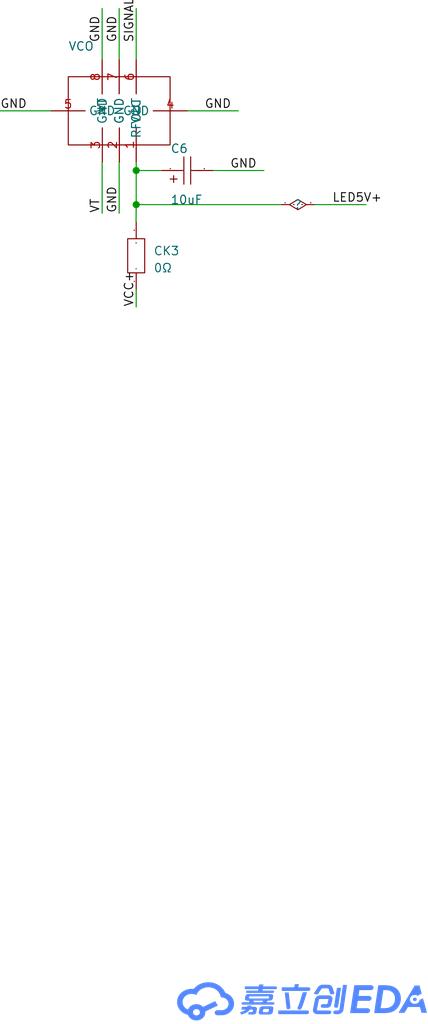
<source format=kicad_sch>
(kicad_sch
	(version 20231120)
	(generator "eeschema")
	(generator_version "8.0")
	(uuid "7839696a-2ce6-411d-9009-c774131547a3")
	(paper "User" 63.8556 152.552)
	(lib_symbols
		(symbol "Signal-blo-easyedapro:0Ω"
			(exclude_from_sim no)
			(in_bom yes)
			(on_board yes)
			(property "Reference" "U"
				(at 0 0 0)
				(effects
					(font
						(size 1.27 1.27)
					)
				)
			)
			(property "Value" ""
				(at 0 0 0)
				(effects
					(font
						(size 1.27 1.27)
					)
				)
			)
			(property "Footprint" "Signal-blo-easyedapro:R0603"
				(at 0 0 0)
				(effects
					(font
						(size 1.27 1.27)
					)
					(hide yes)
				)
			)
			(property "Datasheet" ""
				(at 0 0 0)
				(effects
					(font
						(size 1.27 1.27)
					)
					(hide yes)
				)
			)
			(property "Description" ""
				(at 0 0 0)
				(effects
					(font
						(size 1.27 1.27)
					)
					(hide yes)
				)
			)
			(property "Manufacturer Part" "0Ω"
				(at 0 0 0)
				(effects
					(font
						(size 1.27 1.27)
					)
					(hide yes)
				)
			)
			(property "Supplier Part" "C9900083234"
				(at 0 0 0)
				(effects
					(font
						(size 1.27 1.27)
					)
					(hide yes)
				)
			)
			(property "Supplier" "LCSC"
				(at 0 0 0)
				(effects
					(font
						(size 1.27 1.27)
					)
					(hide yes)
				)
			)
			(property "LCSC Part Name" "0Ω"
				(at 0 0 0)
				(effects
					(font
						(size 1.27 1.27)
					)
					(hide yes)
				)
			)
			(symbol "0Ω_1_0"
				(rectangle
					(start -2.54 -1.27)
					(end 2.54 1.27)
					(stroke
						(width 0)
						(type default)
					)
					(fill
						(type none)
					)
				)
				(pin unspecified line
					(at -5.08 0 0)
					(length 2.54)
					(name "1"
						(effects
							(font
								(size 0.0254 0.0254)
							)
						)
					)
					(number "1"
						(effects
							(font
								(size 0.0254 0.0254)
							)
						)
					)
				)
				(pin unspecified line
					(at 5.08 0 180)
					(length 2.54)
					(name "2"
						(effects
							(font
								(size 0.0254 0.0254)
							)
						)
					)
					(number "2"
						(effects
							(font
								(size 0.0254 0.0254)
							)
						)
					)
				)
			)
		)
		(symbol "Signal-blo-easyedapro:Drawing-Symbol_A4"
			(exclude_from_sim no)
			(in_bom yes)
			(on_board yes)
			(property "Reference" ""
				(at 0 0 0)
				(effects
					(font
						(size 1.27 1.27)
					)
				)
			)
			(property "Value" ""
				(at 0 0 0)
				(effects
					(font
						(size 1.27 1.27)
					)
				)
			)
			(property "Footprint" "Signal-blo-easyedapro:"
				(at 0 0 0)
				(effects
					(font
						(size 1.27 1.27)
					)
					(hide yes)
				)
			)
			(property "Datasheet" ""
				(at 0 0 0)
				(effects
					(font
						(size 1.27 1.27)
					)
					(hide yes)
				)
			)
			(property "Description" ""
				(at 0 0 0)
				(effects
					(font
						(size 1.27 1.27)
					)
					(hide yes)
				)
			)
			(symbol "Drawing-Symbol_A4_0_0"
				(polyline
					(pts
						(xy 146.9783 10.146) (xy 146.976 10.1327) (xy 146.973 10.1197) (xy 146.9695 10.1069) (xy 146.9653 10.0944)
						(xy 146.9605 10.082) (xy 146.9552 10.07) (xy 146.9493 10.0583) (xy 146.9428 10.0468) (xy 146.9358 10.0356)
						(xy 146.9283 10.0248) (xy 146.9203 10.0143) (xy 146.9118 10.0042) (xy 146.9029 9.9944) (xy 146.8935 9.985)
						(xy 146.8836 9.976) (xy 146.8733 9.9673) (xy 146.8627 9.9591) (xy 146.8516 9.9514) (xy 146.8402 9.9441)
						(xy 146.8284 9.9372) (xy 146.8163 9.9308) (xy 146.8038 9.9249) (xy 146.7911 9.9195) (xy 146.778 9.9146)
						(xy 146.7647 9.9102) (xy 146.7511 9.9064) (xy 146.7373 9.9031) (xy 146.7233 9.9004) (xy 146.709 9.8983)
						(xy 146.6945 9.8967) (xy 146.6799 9.8958) (xy 146.6651 9.8955) (xy 146.6547 9.8955) (xy 146.6398 9.8959)
						(xy 146.625 9.897) (xy 146.6102 9.899) (xy 146.5956 9.9016) (xy 146.5811 9.905) (xy 146.5668 9.9091)
						(xy 146.5528 9.9138) (xy 146.5391 9.9192) (xy 146.5256 9.9252) (xy 146.5125 9.9318) (xy 146.4999 9.939)
						(xy 146.4876 9.9467) (xy 146.4758 9.955) (xy 146.4646 9.9638) (xy 146.4539 9.973) (xy 146.4438 9.9828)
						(xy 146.434 9.9933) (xy 146.4249 10.0043) (xy 146.4166 10.0158) (xy 146.4089 10.0275) (xy 146.402 10.0397)
						(xy 146.3958 10.0521) (xy 146.3904 10.0648) (xy 146.3856 10.0777) (xy 146.3816 10.0907) (xy 146.3782 10.1039)
						(xy 146.3756 10.1173) (xy 146.3736 10.1306) (xy 146.3724 10.144) (xy 146.3718 10.1574) (xy 146.372 10.1707)
						(xy 146.3728 10.1839) (xy 146.7925 12.8714) (xy 147.4021 12.8714) (xy 146.9783 10.146)
					)
					(stroke
						(width -0.0001)
						(type solid)
					)
					(fill
						(type color)
						(color 85 136 255 1)
					)
				)
				(polyline
					(pts
						(xy 142.3185 12.2147) (xy 142.3164 12.209) (xy 142.2175 11.9012) (xy 142.1192 11.5812) (xy 141.9194 10.9313)
						(xy 141.8159 10.6145) (xy 141.7083 10.3119) (xy 141.5958 10.0302) (xy 141.5373 9.8992) (xy 141.4771 9.7759)
						(xy 141.4663 9.7575) (xy 141.4542 9.7399) (xy 141.4409 9.7233) (xy 141.4266 9.7077) (xy 141.4112 9.693)
						(xy 141.3948 9.6794) (xy 141.3775 9.667) (xy 141.3594 9.6556) (xy 141.3405 9.6454) (xy 141.321 9.6365)
						(xy 141.3008 9.6288) (xy 141.2801 9.6224) (xy 141.2589 9.6174) (xy 141.2373 9.6137) (xy 141.2154 9.6115)
						(xy 141.1932 9.6108) (xy 141.1838 9.6109) (xy 141.1744 9.6115) (xy 141.165 9.6123) (xy 141.1556 9.6134)
						(xy 141.1462 9.6148) (xy 141.1368 9.6164) (xy 141.1274 9.6182) (xy 141.118 9.6203) (xy 141.0867 9.6279)
						(xy 141.0732 9.6328) (xy 141.0602 9.6382) (xy 141.0476 9.6442) (xy 141.0355 9.6508) (xy 141.0239 9.6578)
						(xy 141.0127 9.6653) (xy 141.0021 9.6733) (xy 140.992 9.6817) (xy 140.9823 9.6905) (xy 140.9732 9.6998)
						(xy 140.9647 9.7094) (xy 140.9566 9.7194) (xy 140.9492 9.7297) (xy 140.9422 9.7404) (xy 140.9359 9.7514)
						(xy 140.9301 9.7626) (xy 140.9242 9.7755) (xy 140.9192 9.7886) (xy 140.9148 9.8019) (xy 140.9113 9.8153)
						(xy 140.9086 9.8289) (xy 140.9066 9.8425) (xy 140.9055 9.8561) (xy 140.9051 9.8698) (xy 140.9055 9.8835)
						(xy 140.9066 9.8972) (xy 140.9086 9.9108) (xy 140.9113 9.9243) (xy 140.9148 9.9378) (xy 140.9192 9.951)
						(xy 140.9242 9.9642) (xy 140.9301 9.9771) (xy 140.9842 10.088) (xy 141.0368 10.2068) (xy 141.1382 10.4644)
						(xy 141.2355 10.7434) (xy 141.3297 11.0373) (xy 141.5129 11.6433) (xy 141.604 11.9423) (xy 141.6963 12.2299)
						(xy 142.3226 12.2299) (xy 142.3185 12.2147)
					)
					(stroke
						(width -0.0001)
						(type solid)
					)
					(fill
						(type color)
						(color 85 136 255 1)
					)
				)
				(polyline
					(pts
						(xy 139.8445 9.9733) (xy 139.8455 9.9609) (xy 139.8459 9.9485) (xy 139.8456 9.9362) (xy 139.8447 9.9241)
						(xy 139.8432 9.912) (xy 139.841 9.9001) (xy 139.8383 9.8883) (xy 139.835 9.8766) (xy 139.8311 9.8652)
						(xy 139.8266 9.8539) (xy 139.8216 9.8428) (xy 139.816 9.8319) (xy 139.8099 9.8213) (xy 139.8033 9.8109)
						(xy 139.7962 9.8007) (xy 139.7886 9.7908) (xy 139.7806 9.7812) (xy 139.7721 9.7719) (xy 139.7631 9.763)
						(xy 139.7536 9.7543) (xy 139.7438 9.746) (xy 139.7335 9.738) (xy 139.7229 9.7304) (xy 139.7118 9.7232)
						(xy 139.7004 9.7164) (xy 139.6885 9.71) (xy 139.6764 9.704) (xy 139.6639 9.6985) (xy 139.651 9.6934)
						(xy 139.6379 9.6888) (xy 139.6244 9.6846) (xy 139.6107 9.681) (xy 139.6044 9.6791) (xy 139.5966 9.6778)
						(xy 139.5888 9.6766) (xy 139.5809 9.6756) (xy 139.5731 9.6748) (xy 139.5653 9.6742) (xy 139.5574 9.6738)
						(xy 139.5496 9.6735) (xy 139.5418 9.6734) (xy 139.5287 9.6736) (xy 139.5159 9.6744) (xy 139.5032 9.6756)
						(xy 139.4907 9.6772) (xy 139.4784 9.6794) (xy 139.4664 9.6819) (xy 139.4546 9.6849) (xy 139.443 9.6884)
						(xy 139.4316 9.6922) (xy 139.4206 9.6965) (xy 139.4098 9.7012) (xy 139.3993 9.7063) (xy 139.3891 9.7118)
						(xy 139.3792 9.7177) (xy 139.3696 9.724) (xy 139.3604 9.7306) (xy 139.3515 9.7376) (xy 139.343 9.7449)
						(xy 139.3349 9.7526) (xy 139.3271 9.7606) (xy 139.3197 9.769) (xy 139.3128 9.7776) (xy 139.3063 9.7866)
						(xy 139.3002 9.7959) (xy 139.2945 9.8055) (xy 139.2893 9.8154) (xy 139.2846 9.8255) (xy 139.2803 9.836)
						(xy 139.2765 9.8467) (xy 139.2733 9.8576) (xy 139.2705 9.8688) (xy 139.2683 9.8803) (xy 139.2683 9.8898)
						(xy 139.0011 12.1844) (xy 139.0011 12.1863) (xy 139.5919 12.1863) (xy 139.8445 9.9733)
					)
					(stroke
						(width -0.0001)
						(type solid)
					)
					(fill
						(type color)
						(color 85 136 255 1)
					)
				)
				(polyline
					(pts
						(xy 142.3562 9.5079) (xy 142.3709 9.5068) (xy 142.3853 9.505) (xy 142.3996 9.5024) (xy 142.4136 9.4992)
						(xy 142.4275 9.4953) (xy 142.4411 9.4907) (xy 142.4544 9.4855) (xy 142.4675 9.4797) (xy 142.4803 9.4733)
						(xy 142.4928 9.4662) (xy 142.5049 9.4586) (xy 142.5168 9.4505) (xy 142.5283 9.4418) (xy 142.5394 9.4326)
						(xy 142.5502 9.4229) (xy 142.5597 9.4123) (xy 142.5685 9.4014) (xy 142.5766 9.39) (xy 142.5841 9.3783)
						(xy 142.5909 9.3662) (xy 142.597 9.3538) (xy 142.6024 9.3412) (xy 142.6071 9.3282) (xy 142.611 9.315)
						(xy 142.6142 9.3016) (xy 142.6166 9.288) (xy 142.6183 9.2742) (xy 142.6192 9.2603) (xy 142.6193 9.2462)
						(xy 142.6185 9.2321) (xy 142.617 9.2179) (xy 142.6149 9.2046) (xy 142.6126 9.1915) (xy 142.6097 9.1787)
						(xy 142.6061 9.166) (xy 142.6019 9.1535) (xy 142.5971 9.1413) (xy 142.5917 9.1293) (xy 142.5858 9.1176)
						(xy 142.5793 9.1062) (xy 142.5722 9.0951) (xy 142.5647 9.0843) (xy 142.5567 9.0738) (xy 142.5482 9.0636)
						(xy 142.5392 9.0538) (xy 142.5298 9.0444) (xy 142.52 9.0353) (xy 142.5097 9.0267) (xy 142.4991 9.0184)
						(xy 142.4882 9.0106) (xy 142.4768 9.0032) (xy 142.4652 8.9963) (xy 142.4532 8.9899) (xy 142.4409 8.9839)
						(xy 142.4284 8.9784) (xy 142.4156 8.9735) (xy 142.4025 8.9691) (xy 142.3892 8.9652) (xy 142.3758 8.9618)
						(xy 142.3621 8.9591) (xy 142.3483 8.9569) (xy 142.3343 8.9554) (xy 142.3202 8.9544) (xy 142.3059 8.9541)
						(xy 138.1576 8.9541) (xy 138.1502 8.9543) (xy 138.143 8.9548) (xy 138.1358 8.9556) (xy 138.1288 8.9567)
						(xy 138.122 8.9582) (xy 138.1152 8.96) (xy 138.1087 8.962) (xy 138.1023 8.9643) (xy 138.0961 8.9669)
						(xy 138.09 8.9698) (xy 138.0842 8.9729) (xy 138.0785 8.9763) (xy 138.073 8.9799) (xy 138.0678 8.9837)
						(xy 138.0627 8.9878) (xy 138.0579 8.992) (xy 138.0533 8.9965) (xy 138.049 9.0012) (xy 138.0449 9.006)
						(xy 138.0411 9.011) (xy 138.0375 9.0162) (xy 138.0342 9.0215) (xy 138.0312 9.0269) (xy 138.0284 9.0326)
						(xy 138.026 9.0383) (xy 138.0238 9.0441) (xy 138.022 9.0501) (xy 138.0205 9.0562) (xy 138.0193 9.0623)
						(xy 138.0184 9.0686) (xy 138.0179 9.0749) (xy 138.0177 9.0812) (xy 138.0177 9.0831) (xy 138.0156 9.0831)
						(xy 138.0595 9.5083) (xy 142.3414 9.5083) (xy 142.3562 9.5079)
					)
					(stroke
						(width -0.0001)
						(type solid)
					)
					(fill
						(type color)
						(color 85 136 255 1)
					)
				)
				(polyline
					(pts
						(xy 159.4399 12.0041) (xy 158.8178 11.6928) (xy 158.7955 11.7067) (xy 158.7727 11.7197) (xy 158.7492 11.732)
						(xy 158.7252 11.7435) (xy 158.7007 11.7542) (xy 158.6757 11.764) (xy 158.6501 11.773) (xy 158.6241 11.7811)
						(xy 158.5977 11.7883) (xy 158.5708 11.7946) (xy 158.5436 11.7999) (xy 158.5159 11.8044) (xy 158.488 11.8078)
						(xy 158.4597 11.8103) (xy 158.4311 11.8119) (xy 158.4023 11.8124) (xy 158.3649 11.8115) (xy 158.3281 11.809)
						(xy 158.2917 11.8048) (xy 158.256 11.7989) (xy 158.2209 11.7916) (xy 158.1864 11.7826) (xy 158.1527 11.7723)
						(xy 158.1197 11.7604) (xy 158.0875 11.7472) (xy 158.0562 11.7326) (xy 158.0257 11.7167) (xy 157.9963 11.6995)
						(xy 157.9678 11.681) (xy 157.9403 11.6614) (xy 157.914 11.6407) (xy 157.8887 11.6188) (xy 157.8647 11.5958)
						(xy 157.8418 11.5719) (xy 157.8202 11.5469) (xy 157.8 11.521) (xy 157.781 11.4942) (xy 157.7635 11.4666)
						(xy 157.7475 11.4381) (xy 157.7329 11.4088) (xy 157.7199 11.3788) (xy 157.7085 11.3482) (xy 157.6987 11.3168)
						(xy 157.6905 11.2849) (xy 157.6842 11.2524) (xy 157.6795 11.2194) (xy 157.6767 11.1858) (xy 157.6758 11.1519)
						(xy 157.6767 11.1179) (xy 157.6795 11.0844) (xy 157.6842 11.0514) (xy 157.6905 11.0189) (xy 157.6987 10.987)
						(xy 157.7085 10.9556) (xy 157.7199 10.9249) (xy 157.7329 10.895) (xy 157.7475 10.8657) (xy 157.7635 10.8372)
						(xy 157.781 10.8096) (xy 157.8 10.7828) (xy 157.8202 10.7569) (xy 157.8418 10.7319) (xy 157.8647 10.7079)
						(xy 157.8887 10.685) (xy 157.914 10.6631) (xy 157.9403 10.6424) (xy 157.9678 10.6227) (xy 157.9963 10.6043)
						(xy 158.0257 10.5871) (xy 158.0562 10.5712) (xy 158.0875 10.5566) (xy 158.1197 10.5434) (xy 158.1527 10.5315)
						(xy 158.1864 10.5211) (xy 158.2209 10.5122) (xy 158.256 10.5048) (xy 158.2917 10.499) (xy 158.3281 10.4948)
						(xy 158.3649 10.4923) (xy 158.4023 10.4914) (xy 158.4371 10.4922) (xy 158.4715 10.4944) (xy 158.5055 10.4981)
						(xy 158.5389 10.5031) (xy 158.5718 10.5096) (xy 158.6042 10.5174) (xy 158.6359 10.5265) (xy 158.6669 10.5369)
						(xy 158.6973 10.5485) (xy 158.727 10.5613) (xy 158.7559 10.5753) (xy 158.7841 10.5904) (xy 158.8114 10.6066)
						(xy 158.8378 10.6239) (xy 158.8634 10.6422) (xy 158.888 10.6615) (xy 158.9116 10.6818) (xy 158.9342 10.703)
						(xy 158.9558 10.7251) (xy 158.9763 10.748) (xy 158.9957 10.7718) (xy 159.0139 10.7964) (xy 159.0309 10.8217)
						(xy 159.0467 10.8477) (xy 159.0613 10.8744) (xy 159.0745 10.9018) (xy 159.0864 10.9298) (xy 159.097 10.9584)
						(xy 159.1061 10.9875) (xy 159.1138 11.0172) (xy 159.12 11.0473) (xy 159.1247 11.0779) (xy 159.6257 11.3284)
						(xy 160.2249 9.1534) (xy 159.4065 9.1534) (xy 159.1685 10.0207) (xy 157.3877 10.0207) (xy 156.8783 9.1534)
						(xy 155.9701 9.1534) (xy 158.394 13.232) (xy 159.1038 13.232) (xy 159.4399 12.0041)
					)
					(stroke
						(width -0.0001)
						(type solid)
					)
					(fill
						(type color)
						(color 85 136 255 1)
					)
				)
				(polyline
					(pts
						(xy 158.4338 11.4201) (xy 158.4481 11.419) (xy 158.4622 11.4172) (xy 158.476 11.4148) (xy 158.4896 11.4118)
						(xy 158.5029 11.4082) (xy 158.516 11.4041) (xy 158.5287 11.3994) (xy 158.5412 11.3941) (xy 158.5532 11.3883)
						(xy 158.565 11.3821) (xy 158.5763 11.3753) (xy 158.5873 11.368) (xy 158.5979 11.3603) (xy 158.608 11.3522)
						(xy 158.6177 11.3436) (xy 158.6269 11.3346) (xy 158.6357 11.3252) (xy 158.6439 11.3155) (xy 158.6516 11.3053)
						(xy 158.6589 11.2949) (xy 158.6655 11.2841) (xy 158.6716 11.273) (xy 158.6771 11.2616) (xy 158.682 11.2499)
						(xy 158.6863 11.2379) (xy 158.69 11.2258) (xy 158.693 11.2133) (xy 158.6953 11.2007) (xy 158.6969 11.1878)
						(xy 158.6979 11.1748) (xy 158.6981 11.1616) (xy 158.6976 11.1485) (xy 158.6963 11.1355) (xy 158.6944 11.1227)
						(xy 158.6918 11.1101) (xy 158.6885 11.0977) (xy 158.6845 11.0856) (xy 158.68 11.0737) (xy 158.6748 11.0621)
						(xy 158.669 11.0508) (xy 158.6627 11.0398) (xy 158.6557 11.0292) (xy 158.6483 11.0189) (xy 158.6403 11.0089)
						(xy 158.6318 10.9993) (xy 158.6229 10.9901) (xy 158.6134 10.9813) (xy 158.6035 10.9729) (xy 158.5932 10.9649)
						(xy 158.5825 10.9574) (xy 158.5714 10.9504) (xy 158.5598 10.9438) (xy 158.548 10.9378) (xy 158.5358 10.9322)
						(xy 158.5232 10.9272) (xy 158.5104 10.9228) (xy 158.4972 10.9189) (xy 158.4838 10.9156) (xy 158.4701 10.9128)
						(xy 158.4562 10.9107) (xy 158.4421 10.9092) (xy 158.4278 10.9084) (xy 158.4133 10.9082) (xy 158.3988 10.9086)
						(xy 158.3845 10.9098) (xy 158.3704 10.9115) (xy 158.3565 10.9139) (xy 158.3429 10.9169) (xy 158.3296 10.9205)
						(xy 158.3166 10.9247) (xy 158.3038 10.9294) (xy 158.2914 10.9346) (xy 158.2793 10.9404) (xy 158.2676 10.9467)
						(xy 158.2562 10.9534) (xy 158.2453 10.9607) (xy 158.2347 10.9684) (xy 158.2246 10.9766) (xy 158.2149 10.9851)
						(xy 158.2057 10.9941) (xy 158.1969 11.0035) (xy 158.1887 11.0133) (xy 158.1809 11.0234) (xy 158.1737 11.0338)
						(xy 158.1671 11.0446) (xy 158.161 11.0557) (xy 158.1554 11.0672) (xy 158.1505 11.0788) (xy 158.1462 11.0908)
						(xy 158.1426 11.103) (xy 158.1396 11.1154) (xy 158.1373 11.128) (xy 158.1356 11.1409) (xy 158.1347 11.1539)
						(xy 158.1345 11.1671) (xy 158.135 11.1803) (xy 158.1362 11.1933) (xy 158.1382 11.2061) (xy 158.1408 11.2187)
						(xy 158.1441 11.231) (xy 158.148 11.2432) (xy 158.1526 11.255) (xy 158.1578 11.2666) (xy 158.1636 11.2779)
						(xy 158.1699 11.2889) (xy 158.1768 11.2995) (xy 158.1843 11.3099) (xy 158.1922 11.3198) (xy 158.2007 11.3294)
						(xy 158.2097 11.3386) (xy 158.2191 11.3474) (xy 158.229 11.3558) (xy 158.2393 11.3638) (xy 158.2501 11.3713)
						(xy 158.2612 11.3783) (xy 158.2727 11.3849) (xy 158.2846 11.3909) (xy 158.2968 11.3965) (xy 158.3093 11.4015)
						(xy 158.3222 11.4059) (xy 158.3353 11.4099) (xy 158.3488 11.4132) (xy 158.3624 11.4159) (xy 158.3763 11.418)
						(xy 158.3905 11.4195) (xy 158.4048 11.4204) (xy 158.4193 11.4206) (xy 158.4338 11.4201)
					)
					(stroke
						(width -0.0001)
						(type solid)
					)
					(fill
						(type color)
						(color 85 136 255 1)
					)
				)
				(polyline
					(pts
						(xy 147.7653 9.6354) (xy 147.7561 9.5831) (xy 147.7432 9.532) (xy 147.7269 9.4824) (xy 147.7072 9.4344)
						(xy 147.6842 9.388) (xy 147.6581 9.3433) (xy 147.6288 9.3005) (xy 147.5965 9.2597) (xy 147.5613 9.2208)
						(xy 147.5233 9.1842) (xy 147.4825 9.1497) (xy 147.4392 9.1177) (xy 147.3933 9.088) (xy 147.3449 9.0609)
						(xy 147.2942 9.0365) (xy 147.2413 9.0148) (xy 147.2236 9.0073) (xy 147.2058 9.0002) (xy 147.1878 8.9937)
						(xy 147.1696 8.9877) (xy 147.1512 8.9822) (xy 147.1326 8.9773) (xy 147.1139 8.9728) (xy 147.0949 8.9688)
						(xy 147.0757 8.9653) (xy 147.0563 8.9623) (xy 147.0366 8.9598) (xy 147.0167 8.9577) (xy 146.9966 8.9561)
						(xy 146.9761 8.955) (xy 146.9554 8.9543) (xy 146.9344 8.9541) (xy 146.519 8.9541) (xy 146.5041 8.9545)
						(xy 146.4893 8.9557) (xy 146.4745 8.9576) (xy 146.4599 8.9603) (xy 146.4454 8.9636) (xy 146.4311 8.9677)
						(xy 146.4171 8.9724) (xy 146.4034 8.9778) (xy 146.3899 8.9838) (xy 146.3768 8.9904) (xy 146.3642 8.9976)
						(xy 146.3519 9.0053) (xy 146.3401 9.0136) (xy 146.3289 9.0224) (xy 146.3182 9.0317) (xy 146.3081 9.0414)
						(xy 146.2986 9.0519) (xy 146.2898 9.0628) (xy 146.2817 9.0741) (xy 146.2742 9.0857) (xy 146.2674 9.0976)
						(xy 146.2613 9.1098) (xy 146.2559 9.1223) (xy 146.2512 9.1351) (xy 146.2473 9.1481) (xy 146.2441 9.1614)
						(xy 146.2416 9.1748) (xy 146.24 9.1885) (xy 146.2391 9.2023) (xy 146.239 9.2162) (xy 146.2397 9.2303)
						(xy 146.2413 9.2445) (xy 146.2434 9.254) (xy 146.2457 9.267) (xy 146.2486 9.2799) (xy 146.2523 9.2926)
						(xy 146.2565 9.305) (xy 146.2613 9.3173) (xy 146.2668 9.3292) (xy 146.2728 9.3409) (xy 146.2794 9.3524)
						(xy 146.2865 9.3635) (xy 146.2941 9.3743) (xy 146.3023 9.3848) (xy 146.3109 9.3949) (xy 146.32 9.4047)
						(xy 146.3295 9.4142) (xy 146.3395 9.4232) (xy 146.3499 9.4319) (xy 146.3606 9.4401) (xy 146.3717 9.448)
						(xy 146.3832 9.4553) (xy 146.3951 9.4622) (xy 146.4072 9.4687) (xy 146.4197 9.4747) (xy 146.4324 9.4801)
						(xy 146.4454 9.4851) (xy 146.4586 9.4895) (xy 146.4721 9.4934) (xy 146.4857 9.4967) (xy 146.4996 9.4995)
						(xy 146.5136 9.5016) (xy 146.5278 9.5032) (xy 146.5421 9.5042) (xy 146.5565 9.5045) (xy 146.972 9.5045)
						(xy 146.9813 9.5047) (xy 146.9903 9.5052) (xy 146.9991 9.5061) (xy 147.0077 9.5074) (xy 147.0162 9.509)
						(xy 147.0244 9.511) (xy 147.0325 9.5134) (xy 147.0404 9.5161) (xy 147.0481 9.5192) (xy 147.0557 9.5227)
						(xy 147.0632 9.5266) (xy 147.0706 9.5309) (xy 147.0779 9.5356) (xy 147.0851 9.5406) (xy 147.0923 9.5461)
						(xy 147.0993 9.5519) (xy 147.1066 9.5591) (xy 147.1135 9.5665) (xy 147.1201 9.574) (xy 147.1263 9.5816)
						(xy 147.1321 9.5894) (xy 147.1376 9.5972) (xy 147.1427 9.6052) (xy 147.1474 9.6131) (xy 147.1517 9.6212)
						(xy 147.1556 9.6292) (xy 147.1591 9.6373) (xy 147.1622 9.6453) (xy 147.1649 9.6534) (xy 147.1671 9.6614)
						(xy 147.1689 9.6693) (xy 147.1703 9.6772) (xy 147.686 13.3098) (xy 148.2893 13.3098) (xy 147.7653 9.6354)
					)
					(stroke
						(width -0.0001)
						(type solid)
					)
					(fill
						(type color)
						(color 85 136 255 1)
					)
				)
				(polyline
					(pts
						(xy 141.0303 12.9587) (xy 142.5439 12.9587) (xy 142.5599 12.9584) (xy 142.5756 12.9573) (xy 142.5911 12.9555)
						(xy 142.6063 12.9531) (xy 142.6212 12.9499) (xy 142.6358 12.946) (xy 142.6501 12.9414) (xy 142.664 12.9362)
						(xy 142.6775 12.9302) (xy 142.6906 12.9236) (xy 142.7032 12.9163) (xy 142.7154 12.9083) (xy 142.7271 12.8996)
						(xy 142.7382 12.8902) (xy 142.7489 12.8802) (xy 142.759 12.8695) (xy 142.7684 12.859) (xy 142.7772 12.8481)
						(xy 142.7852 12.8368) (xy 142.7926 12.8252) (xy 142.7992 12.8133) (xy 142.8051 12.801) (xy 142.8103 12.7884)
						(xy 142.8148 12.7756) (xy 142.8185 12.7625) (xy 142.8216 12.7491) (xy 142.8238 12.7355) (xy 142.8253 12.7217)
						(xy 142.8261 12.7076) (xy 142.826 12.6934) (xy 142.8252 12.6791) (xy 142.8237 12.6645) (xy 142.8237 12.6607)
						(xy 142.8214 12.6477) (xy 142.8185 12.6348) (xy 142.8149 12.6222) (xy 142.8107 12.6098) (xy 142.806 12.5977)
						(xy 142.8006 12.5858) (xy 142.7947 12.5742) (xy 142.7883 12.5629) (xy 142.7813 12.552) (xy 142.7738 12.5413)
						(xy 142.7657 12.531) (xy 142.7573 12.521) (xy 142.7483 12.5113) (xy 142.7389 12.5021) (xy 142.729 12.4932)
						(xy 142.7188 12.4847) (xy 142.7081 12.4766) (xy 142.697 12.469) (xy 142.6856 12.4618) (xy 142.6738 12.4551)
						(xy 142.6617 12.4488) (xy 142.6493 12.443) (xy 142.6365 12.4376) (xy 142.6235 12.4328) (xy 142.6101 12.4285)
						(xy 142.5965 12.4248) (xy 142.5827 12.4215) (xy 142.5687 12.4189) (xy 142.5544 12.4168) (xy 142.54 12.4152)
						(xy 142.5253 12.4143) (xy 142.5105 12.414) (xy 138.6733 12.414) (xy 138.6733 12.4159) (xy 138.6661 12.4163)
						(xy 138.659 12.4169) (xy 138.652 12.4179) (xy 138.6452 12.4191) (xy 138.6385 12.4207) (xy 138.6319 12.4225)
						(xy 138.6254 12.4246) (xy 138.6192 12.427) (xy 138.613 12.4296) (xy 138.6071 12.4325) (xy 138.6013 12.4356)
						(xy 138.5957 12.439) (xy 138.5903 12.4426) (xy 138.5852 12.4464) (xy 138.5802 12.4504) (xy 138.5754 12.4546)
						(xy 138.5709 12.459) (xy 138.5666 12.4636) (xy 138.5625 12.4684) (xy 138.5587 12.4733) (xy 138.5552 12.4784)
						(xy 138.5519 12.4837) (xy 138.5489 12.4891) (xy 138.5462 12.4946) (xy 138.5437 12.5003) (xy 138.5416 12.5061)
						(xy 138.5398 12.512) (xy 138.5382 12.5181) (xy 138.5371 12.5242) (xy 138.5362 12.5304) (xy 138.5357 12.5367)
						(xy 138.5355 12.5431) (xy 138.5355 12.5499) (xy 138.5356 12.5531) (xy 138.5358 12.5561) (xy 138.536 12.5591)
						(xy 138.5362 12.5606) (xy 138.5364 12.562) (xy 138.5366 12.5635) (xy 138.5369 12.5649) (xy 138.5372 12.5663)
						(xy 138.5376 12.5677) (xy 138.5772 12.9568) (xy 140.4228 12.9587) (xy 140.4917 13.325) (xy 140.4926 13.331)
						(xy 140.4938 13.3369) (xy 140.4953 13.3427) (xy 140.4971 13.3484) (xy 140.4991 13.3539) (xy 140.5014 13.3593)
						(xy 140.5039 13.3646) (xy 140.5067 13.3697) (xy 140.5097 13.3747) (xy 140.513 13.3796) (xy 140.5165 13.3843)
						(xy 140.5201 13.3888) (xy 140.524 13.3932) (xy 140.5281 13.3974) (xy 140.5324 13.4014) (xy 140.5368 13.4052)
						(xy 140.5415 13.4089) (xy 140.5463 13.4123) (xy 140.5513 13.4155) (xy 140.5564 13.4186) (xy 140.5617 13.4214)
						(xy 140.5671 13.424) (xy 140.5726 13.4264) (xy 140.5783 13.4286) (xy 140.5841 13.4305) (xy 140.59 13.4322)
						(xy 140.596 13.4336) (xy 140.6021 13.4348) (xy 140.6083 13.4358) (xy 140.6146 13.4365) (xy 140.621 13.4369)
						(xy 140.6274 13.437) (xy 141.1097 13.437) (xy 141.0303 12.9587)
					)
					(stroke
						(width -0.0001)
						(type solid)
					)
					(fill
						(type color)
						(color 85 136 255 1)
					)
				)
				(polyline
					(pts
						(xy 133.9675 10.0549) (xy 134.4623 10.0549) (xy 134.4906 10.0545) (xy 134.5177 10.0533) (xy 134.5438 10.0514)
						(xy 134.5687 10.0486) (xy 134.5926 10.0451) (xy 134.6154 10.0408) (xy 134.6372 10.0357) (xy 134.6578 10.0297)
						(xy 134.6774 10.023) (xy 134.6959 10.0155) (xy 134.7134 10.0072) (xy 134.7298 9.998) (xy 134.7451 9.9881)
						(xy 134.7593 9.9773) (xy 134.7725 9.9657) (xy 134.7846 9.9533) (xy 134.7957 9.9401) (xy 134.8057 9.9261)
						(xy 134.8147 9.9112) (xy 134.8226 9.8955) (xy 134.8294 9.8789) (xy 134.8352 9.8616) (xy 134.84 9.8433)
						(xy 134.8437 9.8243) (xy 134.8464 9.8044) (xy 134.848 9.7836) (xy 134.8486 9.762) (xy 134.8482 9.7396)
						(xy 134.8467 9.7162) (xy 134.8442 9.6921) (xy 134.8406 9.667) (xy 134.836 9.6411) (xy 134.7692 9.2881)
						(xy 134.7663 9.2625) (xy 134.7626 9.2379) (xy 134.758 9.2143) (xy 134.7527 9.1918) (xy 134.7465 9.1702)
						(xy 134.7394 9.1496) (xy 134.7315 9.1299) (xy 134.7228 9.1112) (xy 134.7131 9.0934) (xy 134.7026 9.0765)
						(xy 134.6912 9.0605) (xy 134.6788 9.0454) (xy 134.6655 9.0311) (xy 134.6513 9.0177) (xy 134.6361 9.0051)
						(xy 134.62 8.9932) (xy 134.6028 8.9822) (xy 134.5847 8.9719) (xy 134.5656 8.9624) (xy 134.5455 8.9536)
						(xy 134.5243 8.9455) (xy 134.5021 8.9381) (xy 134.4788 8.9314) (xy 134.4545 8.9254) (xy 134.4291 8.92)
						(xy 134.4026 8.9153) (xy 134.3463 8.9076) (xy 134.2856 8.9022) (xy 134.2202 8.899) (xy 133.5938 8.899)
						(xy 133.5938 9.2634) (xy 133.9822 9.2634) (xy 134.0112 9.264) (xy 134.0381 9.2657) (xy 134.063 9.2685)
						(xy 134.086 9.2723) (xy 134.107 9.2771) (xy 134.1262 9.2829) (xy 134.1438 9.2896) (xy 134.1596 9.2971)
						(xy 134.1739 9.3056) (xy 134.1867 9.3148) (xy 134.1981 9.3248) (xy 134.2082 9.3355) (xy 134.2171 9.3469)
						(xy 134.2247 9.359) (xy 134.2313 9.3717) (xy 134.2369 9.3849) (xy 134.264 9.495) (xy 134.2663 9.5039)
						(xy 134.268 9.5126) (xy 134.2692 9.521) (xy 134.2698 9.5291) (xy 134.2698 9.5369) (xy 134.2694 9.5444)
						(xy 134.2683 9.5517) (xy 134.2667 9.5587) (xy 134.2646 9.5654) (xy 134.2619 9.5718) (xy 134.2587 9.5779)
						(xy 134.2549 9.5838) (xy 134.2506 9.5893) (xy 134.2457 9.5946) (xy 134.2402 9.5996) (xy 134.2343 9.6044)
						(xy 134.2277 9.6088) (xy 134.2206 9.613) (xy 134.213 9.6168) (xy 134.2048 9.6204) (xy 134.1961 9.6237)
						(xy 134.1868 9.6267) (xy 134.1769 9.6295) (xy 134.1665 9.6319) (xy 134.1556 9.6341) (xy 134.1441 9.6359)
						(xy 134.1321 9.6375) (xy 134.1195 9.6388) (xy 134.1063 9.6398) (xy 134.0926 9.6406) (xy 134.0784 9.641)
						(xy 134.0636 9.6411) (xy 133.7964 9.6411) (xy 133.747 9.5746) (xy 133.6944 9.5116) (xy 133.6383 9.4519)
						(xy 133.5785 9.3953) (xy 133.5148 9.3416) (xy 133.4471 9.2906) (xy 133.375 9.2422) (xy 133.2984 9.1961)
						(xy 133.2172 9.1521) (xy 133.131 9.11) (xy 133.0398 9.0698) (xy 132.9432 9.031) (xy 132.8411 8.9936)
						(xy 132.7334 8.9574) (xy 132.6197 8.9221) (xy 132.4999 8.8877) (xy 132.3391 9.2521) (xy 132.4883 9.2951)
						(xy 132.6174 9.3348) (xy 132.6756 9.3541) (xy 132.7302 9.3734) (xy 132.7817 9.393) (xy 132.8305 9.4131)
						(xy 132.8772 9.4342) (xy 132.9221 9.4564) (xy 132.9658 9.48) (xy 133.0088 9.5053) (xy 133.0515 9.5327)
						(xy 133.0943 9.5624) (xy 133.1379 9.5946) (xy 133.1826 9.6297) (xy 132.5416 9.6297) (xy 132.6084 10.0435)
						(xy 133.3976 10.0435) (xy 133.3977 10.0461) (xy 133.3982 10.0495) (xy 133.3989 10.0537) (xy 133.4 10.0587)
						(xy 133.403 10.0709) (xy 133.4073 10.0857) (xy 133.4099 10.094) (xy 133.4128 10.1028) (xy 133.416 10.1122)
						(xy 133.4196 10.122) (xy 133.4235 10.1322) (xy 133.4278 10.1428) (xy 133.4323 10.1537) (xy 133.4373 10.165)
						(xy 133.4386 10.1696) (xy 133.4401 10.1741) (xy 133.4419 10.1785) (xy 133.4438 10.1828) (xy 133.446 10.187)
						(xy 133.4484 10.1912) (xy 133.451 10.1952) (xy 133.4538 10.1991) (xy 133.4568 10.2029) (xy 133.46 10.2066)
						(xy 133.4633 10.2102) (xy 133.4668 10.2137) (xy 133.4704 10.217) (xy 133.4742 10.2202) (xy 133.4781 10.2233)
						(xy 133.4822 10.2262) (xy 133.4863 10.2289) (xy 133.4906 10.2316) (xy 133.495 10.234) (xy 133.4995 10.2364)
						(xy 133.5041 10.2385) (xy 133.5087 10.2405) (xy 133.5135 10.2423) (xy 133.5183 10.244) (xy 133.5232 10.2454)
						(xy 133.5281 10.2467) (xy 133.5331 10.2478) (xy 133.5381 10.2487) (xy 133.5431 10.2494) (xy 133.5482 10.25)
						(xy 133.5533 10.2503) (xy 133.5584 10.2504) (xy 134.026 10.2504) (xy 133.9675 10.0549)
					)
					(stroke
						(width -0.0001)
						(type solid)
					)
					(fill
						(type color)
						(color 85 136 255 1)
					)
				)
				(polyline
					(pts
						(xy 153.8138 13.2729) (xy 153.9352 13.2704) (xy 154.0526 13.2662) (xy 154.1658 13.2602) (xy 154.275 13.2526)
						(xy 154.38 13.2433) (xy 154.481 13.2322) (xy 154.5778 13.2195) (xy 154.6706 13.205) (xy 154.7593 13.1888)
						(xy 154.844 13.1709) (xy 154.9245 13.1513) (xy 155.001 13.1299) (xy 155.0734 13.1069) (xy 155.1417 13.0821)
						(xy 155.206 13.0555) (xy 155.2675 13.0271) (xy 155.3276 12.9968) (xy 155.3863 12.9645) (xy 155.4435 12.9303)
						(xy 155.4993 12.894) (xy 155.5537 12.8559) (xy 155.6066 12.8158) (xy 155.658 12.7737) (xy 155.7079 12.7296)
						(xy 155.7564 12.6836) (xy 155.8034 12.6357) (xy 155.8489 12.5858) (xy 155.893 12.5339) (xy 155.9355 12.4801)
						(xy 155.9765 12.4243) (xy 156.016 12.3666) (xy 156.0536 12.3073) (xy 156.0887 12.2469) (xy 156.1215 12.1854)
						(xy 156.1518 12.1228) (xy 156.1798 12.059) (xy 156.2053 11.9941) (xy 156.2284 11.9281) (xy 156.2491 11.861)
						(xy 156.2673 11.7927) (xy 156.2832 11.7233) (xy 156.2966 11.6528) (xy 156.3076 11.5811) (xy 156.3161 11.5083)
						(xy 156.3222 11.4343) (xy 156.3259 11.3591) (xy 156.3271 11.2828) (xy 156.3258 11.2049) (xy 156.322 11.1277)
						(xy 156.3156 11.0512) (xy 156.3066 10.9754) (xy 156.2951 10.9004) (xy 156.281 10.826) (xy 156.2642 10.7524)
						(xy 156.2449 10.6795) (xy 156.2229 10.6074) (xy 156.1983 10.536) (xy 156.1711 10.4653) (xy 156.1413 10.3954)
						(xy 156.1087 10.3262) (xy 156.0735 10.2578) (xy 156.0357 10.1901) (xy 155.9952 10.1232) (xy 155.9533 10.0585)
						(xy 155.9101 9.996) (xy 155.8655 9.9357) (xy 155.8195 9.8777) (xy 155.772 9.8218) (xy 155.7232 9.7682)
						(xy 155.673 9.7169) (xy 155.6214 9.6677) (xy 155.5685 9.6208) (xy 155.5142 9.5761) (xy 155.4585 9.5336)
						(xy 155.4015 9.4933) (xy 155.3432 9.4553) (xy 155.2835 9.4195) (xy 155.2224 9.3859) (xy 155.1601 9.3545)
						(xy 155.0955 9.3252) (xy 155.0279 9.2978) (xy 154.9573 9.2722) (xy 154.8837 9.2485) (xy 154.807 9.2267)
						(xy 154.7272 9.2068) (xy 154.6444 9.1887) (xy 154.5585 9.1726) (xy 154.4696 9.1583) (xy 154.3776 9.1459)
						(xy 154.2826 9.1355) (xy 154.1845 9.1269) (xy 154.0833 9.1202) (xy 153.979 9.1154) (xy 153.8717 9.1126)
						(xy 153.7613 9.1116) (xy 152.3375 9.1116) (xy 152.4471 9.8404) (xy 153.3124 9.8404) (xy 153.5964 9.8404)
						(xy 153.7543 9.8421) (xy 153.9009 9.8471) (xy 153.9699 9.8508) (xy 154.0361 9.8552) (xy 154.0995 9.8605)
						(xy 154.16 9.8665) (xy 154.2177 9.8733) (xy 154.2726 9.8808) (xy 154.3246 9.8891) (xy 154.3738 9.8981)
						(xy 154.4201 9.9078) (xy 154.4636 9.9182) (xy 154.5043 9.9292) (xy 154.5421 9.941) (xy 154.5931 9.9592)
						(xy 154.6428 9.9791) (xy 154.6912 10.0005) (xy 154.7382 10.0236) (xy 154.784 10.0482) (xy 154.8284 10.0745)
						(xy 154.8716 10.1023) (xy 154.9134 10.1318) (xy 154.954 10.1628) (xy 154.9933 10.1955) (xy 155.0312 10.2297)
						(xy 155.0679 10.2656) (xy 155.1033 10.303) (xy 155.1374 10.3421) (xy 155.1703 10.3827) (xy 155.2018 10.425)
						(xy 155.2318 10.4683) (xy 155.2598 10.5129) (xy 155.286 10.5587) (xy 155.3101 10.6057) (xy 155.3324 10.654)
						(xy 155.3527 10.7035) (xy 155.371 10.7543) (xy 155.3874 10.8062) (xy 155.4017 10.8594) (xy 155.4141 10.9138)
						(xy 155.4245 10.9695) (xy 155.4329 11.0263) (xy 155.4392 11.0844) (xy 155.4435 11.1436) (xy 155.4458 11.2041)
						(xy 155.4461 11.2658) (xy 155.4454 11.3169) (xy 155.4433 11.3669) (xy 155.4399 11.416) (xy 155.4351 11.464)
						(xy 155.429 11.5109) (xy 155.4214 11.5569) (xy 155.4125 11.6017) (xy 155.4022 11.6456) (xy 155.3906 11.6884)
						(xy 155.3776 11.7302) (xy 155.3632 11.7709) (xy 155.3474 11.8105) (xy 155.3303 11.8491) (xy 155.3118 11.8866)
						(xy 155.2919 11.9231) (xy 155.2707 11.9585) (xy 155.2482 11.9929) (xy 155.2246 12.0262) (xy 155.1999 12.0586)
						(xy 155.1741 12.0899) (xy 155.1471 12.1202) (xy 155.119 12.1495) (xy 155.0899 12.1779) (xy 155.0596 12.2052)
						(xy 155.0282 12.2316) (xy 154.9957 12.257) (xy 154.9622 12.2815) (xy 154.9275 12.3049) (xy 154.8918 12.3275)
						(xy 154.8549 12.349) (xy 154.817 12.3697) (xy 154.778 12.3893) (xy 154.7373 12.4079) (xy 154.6949 12.4253)
						(xy 154.6509 12.4414) (xy 154.6053 12.4563) (xy 154.5581 12.47) (xy 154.5093 12.4824) (xy 154.4588 12.4937)
						(xy 154.4067 12.5037) (xy 154.3529 12.5125) (xy 154.2975 12.5202) (xy 154.2404 12.5266) (xy 154.1817 12.5319)
						(xy 154.1214 12.536) (xy 154.0594 12.5389) (xy 153.9957 12.5406) (xy 153.9304 12.5412) (xy 153.7154 12.5412)
						(xy 153.3124 9.8404) (xy 152.4471 9.8404) (xy 152.9638 13.2738) (xy 153.6882 13.2738) (xy 153.8138 13.2729)
					)
					(stroke
						(width -0.0001)
						(type solid)
					)
					(fill
						(type color)
						(color 85 136 255 1)
					)
				)
				(polyline
					(pts
						(xy 151.8718 13.2771) (xy 151.8924 13.2757) (xy 151.9126 13.2733) (xy 151.9326 13.2701) (xy 151.9521 13.2659)
						(xy 151.9714 13.261) (xy 151.9902 13.2551) (xy 152.0086 13.2485) (xy 152.0265 13.2411) (xy 152.044 13.2329)
						(xy 152.061 13.224) (xy 152.0774 13.2143) (xy 152.0934 13.204) (xy 152.1087 13.1929) (xy 152.1234 13.1812)
						(xy 152.1376 13.1689) (xy 152.151 13.156) (xy 152.1638 13.1425) (xy 152.1759 13.1284) (xy 152.1873 13.1137)
						(xy 152.1979 13.0986) (xy 152.2078 13.0829) (xy 152.2168 13.0668) (xy 152.225 13.0502) (xy 152.2324 13.0332)
						(xy 152.2389 13.0157) (xy 152.2445 12.9979) (xy 152.2492 12.9797) (xy 152.2529 12.9612) (xy 152.2557 12.9423)
						(xy 152.2574 12.9231) (xy 152.2581 12.9037) (xy 152.2576 12.8848) (xy 152.256 12.8661) (xy 152.2534 12.8477)
						(xy 152.2499 12.8296) (xy 152.2454 12.8118) (xy 152.2399 12.7943) (xy 152.2335 12.7772) (xy 152.2263 12.7605)
						(xy 152.2181 12.7442) (xy 152.2092 12.7283) (xy 152.1994 12.7129) (xy 152.1889 12.6979) (xy 152.1776 12.6835)
						(xy 152.1655 12.6696) (xy 152.1528 12.6562) (xy 152.1394 12.6434) (xy 152.1253 12.6312) (xy 152.1106 12.6197)
						(xy 152.0953 12.6087) (xy 152.0794 12.5984) (xy 152.063 12.5889) (xy 152.046 12.58) (xy 152.0286 12.5718)
						(xy 152.0106 12.5645) (xy 151.9922 12.5579) (xy 151.9734 12.5521) (xy 151.9542 12.5471) (xy 151.9346 12.543)
						(xy 151.9147 12.5397) (xy 151.8945 12.5374) (xy 151.8739 12.536) (xy 151.8531 12.5355) (xy 150.1412 12.5336)
						(xy 150.0096 11.67) (xy 151.6151 11.67) (xy 151.633 11.667) (xy 151.6505 11.6633) (xy 151.6678 11.6588)
						(xy 151.6848 11.6538) (xy 151.7014 11.648) (xy 151.7176 11.6416) (xy 151.7335 11.6346) (xy 151.749 11.627)
						(xy 151.764 11.6188) (xy 151.7787 11.61) (xy 151.7928 11.6007) (xy 151.8065 11.5909) (xy 151.8197 11.5805)
						(xy 151.8324 11.5696) (xy 151.8446 11.5583) (xy 151.8562 11.5464) (xy 151.8673 11.5341) (xy 151.8778 11.5214)
						(xy 151.8877 11.5083) (xy 151.8969 11.4948) (xy 151.9056 11.4809) (xy 151.9136 11.4666) (xy 151.9209 11.452)
						(xy 151.9275 11.437) (xy 151.9334 11.4218) (xy 151.9386 11.4062) (xy 151.943 11.3904) (xy 151.9467 11.3742)
						(xy 151.9495 11.3579) (xy 151.9516 11.3413) (xy 151.9529 11.3245) (xy 151.9533 11.3075) (xy 151.9528 11.2886)
						(xy 151.9512 11.2699) (xy 151.9486 11.2515) (xy 151.9451 11.2334) (xy 151.9405 11.2156) (xy 151.9351 11.1981)
						(xy 151.9287 11.181) (xy 151.9214 11.1643) (xy 151.9133 11.148) (xy 151.9044 11.1321) (xy 151.8946 11.1167)
						(xy 151.8841 11.1018) (xy 151.8728 11.0873) (xy 151.8607 11.0734) (xy 151.848 11.0601) (xy 151.8346 11.0473)
						(xy 151.8205 11.0351) (xy 151.8058 11.0235) (xy 151.7905 11.0126) (xy 151.7746 11.0023) (xy 151.7582 10.9927)
						(xy 151.7412 10.9838) (xy 151.7238 10.9757) (xy 151.7058 10.9683) (xy 151.6874 10.9617) (xy 151.6686 10.9559)
						(xy 151.6494 10.9509) (xy 151.6298 10.9468) (xy 151.6099 10.9436) (xy 151.5897 10.9412) (xy 151.5691 10.9398)
						(xy 151.5483 10.9393) (xy 149.899 10.9412) (xy 149.7299 9.8385) (xy 151.3312 9.8404) (xy 151.3516 9.84)
						(xy 151.3718 9.8386) (xy 151.3917 9.8363) (xy 151.4112 9.8331) (xy 151.4305 9.8291) (xy 151.4494 9.8242)
						(xy 151.4679 9.8185) (xy 151.486 9.8121) (xy 151.5036 9.8048) (xy 151.5208 9.7969) (xy 151.5375 9.7882)
						(xy 151.5537 9.7788) (xy 151.5693 9.7687) (xy 151.5844 9.758) (xy 151.5989 9.7466) (xy 151.6127 9.7346)
						(xy 151.626 9.722) (xy 151.6385 9.7089) (xy 151.6504 9.6952) (xy 151.6616 9.681) (xy 151.672 9.6663)
						(xy 151.6816 9.6511) (xy 151.6904 9.6355) (xy 151.6984 9.6194) (xy 151.7056 9.6029) (xy 151.7119 9.5861)
						(xy 151.7173 9.5688) (xy 151.7218 9.5513) (xy 151.7253 9.5333) (xy 151.7279 9.5151) (xy 151.7294 9.4967)
						(xy 151.7299 9.4779) (xy 151.7294 9.4595) (xy 151.7279 9.4414) (xy 151.7254 9.4235) (xy 151.722 9.4058)
						(xy 151.7176 9.3885) (xy 151.7123 9.3715) (xy 151.7061 9.3548) (xy 151.6991 9.3385) (xy 151.6913 9.3226)
						(xy 151.6826 9.3071) (xy 151.6732 9.2921) (xy 151.663 9.2775) (xy 151.6521 9.2634) (xy 151.6404 9.2497)
						(xy 151.6281 9.2366) (xy 151.6151 9.2241) (xy 151.6015 9.2121) (xy 151.5872 9.2007) (xy 151.5724 9.1899)
						(xy 151.557 9.1797) (xy 151.5411 9.1702) (xy 151.5247 9.1614) (xy 151.5077 9.1533) (xy 151.4904 9.1459)
						(xy 151.4725 9.1392) (xy 151.4543 9.1334) (xy 151.4356 9.1283) (xy 151.4166 9.124) (xy 151.3973 9.1205)
						(xy 151.3776 9.1179) (xy 151.3577 9.1162) (xy 151.3374 9.1154) (xy 148.7549 9.1154) (xy 149.3812 13.2776)
						(xy 151.851 13.2776) (xy 151.8718 13.2771)
					)
					(stroke
						(width -0.0001)
						(type solid)
					)
					(fill
						(type color)
						(color 85 136 255 1)
					)
				)
				(polyline
					(pts
						(xy 135.7734 13.0916) (xy 137.619 13.0916) (xy 137.6314 13.0913) (xy 137.6437 13.0903) (xy 137.6558 13.0887)
						(xy 137.6676 13.0866) (xy 137.6793 13.0839) (xy 137.6907 13.0805) (xy 137.7018 13.0767) (xy 137.7127 13.0723)
						(xy 137.7232 13.0674) (xy 137.7335 13.062) (xy 137.7434 13.0561) (xy 137.753 13.0497) (xy 137.7622 13.0429)
						(xy 137.7711 13.0357) (xy 137.7795 13.028) (xy 137.7876 13.0199) (xy 137.7952 13.0115) (xy 137.8023 13.0026)
						(xy 137.8091 12.9934) (xy 137.8153 12.9839) (xy 137.821 12.974) (xy 137.8262 12.9639) (xy 137.8309 12.9534)
						(xy 137.8351 12.9427) (xy 137.8386 12.9316) (xy 137.8416 12.9204) (xy 137.8441 12.9089) (xy 137.8458 12.8972)
						(xy 137.847 12.8853) (xy 137.8475 12.8733) (xy 137.8474 12.861) (xy 137.8465 12.8486) (xy 137.8451 12.8396)
						(xy 137.8433 12.8308) (xy 137.8409 12.8221) (xy 137.8381 12.8135) (xy 137.8349 12.8051) (xy 137.8313 12.7969)
						(xy 137.8272 12.7889) (xy 137.8227 12.7811) (xy 137.8179 12.7735) (xy 137.8126 12.7661) (xy 137.807 12.759)
						(xy 137.801 12.7521) (xy 137.7946 12.7454) (xy 137.7879 12.739) (xy 137.7808 12.7328) (xy 137.7735 12.7269)
						(xy 137.7658 12.7213) (xy 137.7578 12.716) (xy 137.7495 12.711) (xy 137.7409 12.7064) (xy 137.732 12.702)
						(xy 137.7229 12.698) (xy 137.7135 12.6943) (xy 137.7039 12.6909) (xy 137.694 12.6879) (xy 137.6839 12.6853)
						(xy 137.6735 12.6831) (xy 137.663 12.6812) (xy 137.6523 12.6797) (xy 137.6414 12.6787) (xy 137.6303 12.678)
						(xy 137.619 12.6778) (xy 135.7192 12.6778) (xy 135.6795 12.471) (xy 137.2181 12.471) (xy 137.2294 12.4707)
						(xy 137.2405 12.4698) (xy 137.2514 12.4685) (xy 137.262 12.4666) (xy 137.2724 12.4642) (xy 137.2826 12.4613)
						(xy 137.2925 12.4579) (xy 137.3021 12.4541) (xy 137.3114 12.4498) (xy 137.3204 12.4451) (xy 137.3291 12.44)
						(xy 137.3374 12.4345) (xy 137.3454 12.4286) (xy 137.3529 12.4224) (xy 137.3601 12.4158) (xy 137.3669 12.4088)
						(xy 137.3732 12.4015) (xy 137.3791 12.3939) (xy 137.3846 12.3861) (xy 137.3895 12.3779) (xy 137.394 12.3695)
						(xy 137.3979 12.3608) (xy 137.4014 12.352) (xy 137.4043 12.3428) (xy 137.4066 12.3335) (xy 137.4084 12.324)
						(xy 137.4095 12.3144) (xy 137.4101 12.3046) (xy 137.4101 12.2946) (xy 137.4094 12.2845) (xy 137.408 12.2744)
						(xy 137.406 12.2641) (xy 137.4047 12.2561) (xy 137.4029 12.2484) (xy 137.4007 12.2407) (xy 137.3982 12.2333)
						(xy 137.3953 12.226) (xy 137.3921 12.2189) (xy 137.3885 12.212) (xy 137.3846 12.2052) (xy 137.3804 12.1987)
						(xy 137.3758 12.1923) (xy 137.371 12.1862) (xy 137.3658 12.1803) (xy 137.3604 12.1746) (xy 137.3548 12.1692)
						(xy 137.3488 12.164) (xy 137.3426 12.159) (xy 137.3362 12.1543) (xy 137.3295 12.1498) (xy 137.3227 12.1456)
						(xy 137.3156 12.1417) (xy 137.3083 12.138) (xy 137.3008 12.1346) (xy 137.2932 12.1316) (xy 137.2854 12.1288)
						(xy 137.2774 12.1263) (xy 137.2693 12.1241) (xy 137.261 12.1223) (xy 137.2527 12.1207) (xy 137.2442 12.1195)
						(xy 137.2356 12.1186) (xy 137.2269 12.1181) (xy 137.2181 12.1179) (xy 133.3663 12.1179) (xy 133.3589 12.1181)
						(xy 133.3517 12.1186) (xy 133.3447 12.1195) (xy 133.3378 12.1207) (xy 133.3311 12.1222) (xy 133.3246 12.124)
						(xy 133.3183 12.1261) (xy 133.3121 12.1286) (xy 133.3062 12.1313) (xy 133.3005 12.1342) (xy 133.295 12.1375)
						(xy 133.2898 12.141) (xy 133.2848 12.1447) (xy 133.28 12.1487) (xy 133.2755 12.1529) (xy 133.2713 12.1573)
						(xy 133.2673 12.162) (xy 133.2636 12.1668) (xy 133.2602 12.1718) (xy 133.2571 12.1771) (xy 133.2543 12.1825)
						(xy 133.2517 12.188) (xy 133.2495 12.1937) (xy 133.2477 12.1996) (xy 133.2461 12.2056) (xy 133.2449 12.2118)
						(xy 133.2441 12.218) (xy 133.2435 12.2244) (xy 133.2434 12.2309) (xy 133.2436 12.2374) (xy 133.2442 12.2441)
						(xy 133.2452 12.2508) (xy 133.2849 12.4691) (xy 135.0239 12.4691) (xy 135.0636 12.6759) (xy 133.1512 12.6759)
						(xy 133.1438 12.6765) (xy 133.1365 12.6774) (xy 133.1293 12.6788) (xy 133.1222 12.6805) (xy 133.1152 12.6825)
						(xy 133.1084 12.6849) (xy 133.1017 12.6876) (xy 133.0952 12.6906) (xy 133.0888 12.6939) (xy 133.0826 12.6975)
						(xy 133.0767 12.7013) (xy 133.0709 12.7054) (xy 133.0654 12.7097) (xy 133.0601 12.7142) (xy 133.055 12.719)
						(xy 133.0503 12.7239) (xy 133.0457 12.7289) (xy 133.0415 12.7341) (xy 133.0376 12.7395) (xy 133.034 12.745)
						(xy 133.0307 12.7505) (xy 133.0278 12.7562) (xy 133.0252 12.7619) (xy 133.0229 12.7677) (xy 133.0211 12.7736)
						(xy 133.0196 12.7795) (xy 133.0186 12.7854) (xy 133.0179 12.7912) (xy 133.0177 12.7971) (xy 133.0179 12.803)
						(xy 133.0186 12.8088) (xy 133.0197 12.8145) (xy 133.074 13.0935) (xy 135.1325 13.0935) (xy 135.1596 13.2871)
						(xy 135.1609 13.2927) (xy 135.1625 13.2982) (xy 135.1642 13.3035) (xy 135.1662 13.3087) (xy 135.1684 13.3137)
						(xy 135.1708 13.3186) (xy 135.1734 13.3233) (xy 135.1762 13.3278) (xy 135.1792 13.3322) (xy 135.1823 13.3364)
						(xy 135.1857 13.3405) (xy 135.1891 13.3444) (xy 135.1928 13.3481) (xy 135.1966 13.3517) (xy 135.2005 13.355)
						(xy 135.2045 13.3582) (xy 135.2087 13.3613) (xy 135.213 13.3641) (xy 135.2174 13.3668) (xy 135.2219 13.3692)
						(xy 135.2264 13.3715) (xy 135.2311 13.3736) (xy 135.2359 13.3756) (xy 135.2407 13.3773) (xy 135.2455 13.3788)
						(xy 135.2505 13.3801) (xy 135.2554 13.3813) (xy 135.2605 13.3822) (xy 135.2655 13.3829) (xy 135.2706 13.3834)
						(xy 135.2756 13.3838) (xy 135.2807 13.3839) (xy 135.8277 13.3839) (xy 135.7734 13.0916)
					)
					(stroke
						(width -0.0001)
						(type solid)
					)
					(fill
						(type color)
						(color 85 136 255 1)
					)
				)
				(polyline
					(pts
						(xy 136.9497 10.1266) (xy 136.9747 10.1255) (xy 136.9988 10.1235) (xy 137.0219 10.1208) (xy 137.044 10.1173)
						(xy 137.0652 10.113) (xy 137.0855 10.1079) (xy 137.1049 10.1021) (xy 137.1233 10.0954) (xy 137.1408 10.088)
						(xy 137.1574 10.0798) (xy 137.173 10.0709) (xy 137.1878 10.0611) (xy 137.2016 10.0506) (xy 137.2145 10.0392)
						(xy 137.2265 10.0271) (xy 137.2376 10.0142) (xy 137.2478 10.0006) (xy 137.2571 9.9861) (xy 137.2655 9.9709)
						(xy 137.273 9.9548) (xy 137.2796 9.938) (xy 137.2853 9.9204) (xy 137.2902 9.902) (xy 137.2941 9.8828)
						(xy 137.2972 9.8629) (xy 137.2994 9.8421) (xy 137.3008 9.8206) (xy 137.3008 9.7751) (xy 137.2975 9.7265)
						(xy 137.2181 9.2881) (xy 137.2067 9.2398) (xy 137.1927 9.195) (xy 137.1759 9.1538) (xy 137.1665 9.1345)
						(xy 137.1564 9.116) (xy 137.1456 9.0984) (xy 137.134 9.0816) (xy 137.1217 9.0656) (xy 137.1086 9.0504)
						(xy 137.0948 9.036) (xy 137.0802 9.0224) (xy 137.0647 9.0096) (xy 137.0485 8.9975) (xy 137.0315 8.9862)
						(xy 137.0136 8.9756) (xy 136.9949 8.9657) (xy 136.9753 8.9566) (xy 136.9548 8.9482) (xy 136.9335 8.9404)
						(xy 136.8881 8.927) (xy 136.8391 8.9162) (xy 136.7863 8.9081) (xy 136.7297 8.9024) (xy 136.6691 8.899)
						(xy 135.5333 8.899) (xy 135.4732 8.9003) (xy 135.445 8.9019) (xy 135.418 8.9042) (xy 135.3923 8.9071)
						(xy 135.3677 8.9107) (xy 135.3444 8.915) (xy 135.3224 8.92) (xy 135.3015 8.9256) (xy 135.2818 8.932)
						(xy 135.2633 8.939) (xy 135.2461 8.9468) (xy 135.23 8.9553) (xy 135.2151 8.9645) (xy 135.2014 8.9745)
						(xy 135.1889 8.9852) (xy 135.1775 8.9966) (xy 135.1673 9.0088) (xy 135.1583 9.0218) (xy 135.1505 9.0356)
						(xy 135.1438 9.0501) (xy 135.1382 9.0654) (xy 135.1338 9.0815) (xy 135.1305 9.0984) (xy 135.1284 9.1161)
						(xy 135.1274 9.1347) (xy 135.1276 9.154) (xy 135.1288 9.1742) (xy 135.1312 9.1953) (xy 135.1347 9.2171)
						(xy 135.1393 9.2399) (xy 135.145 9.2634) (xy 135.1593 9.3488) (xy 135.7225 9.3488) (xy 135.7227 9.3415)
						(xy 135.7236 9.3345) (xy 135.725 9.3278) (xy 135.7269 9.3214) (xy 135.7295 9.3153) (xy 135.7326 9.3094)
						(xy 135.7363 9.3039) (xy 135.7406 9.2986) (xy 135.7454 9.2936) (xy 135.7507 9.2888) (xy 135.7566 9.2844)
						(xy 135.7631 9.2802) (xy 135.77 9.2764) (xy 135.7775 9.2728) (xy 135.7856 9.2695) (xy 135.7941 9.2665)
						(xy 135.8032 9.2637) (xy 135.8127 9.2613) (xy 135.8334 9.2573) (xy 135.856 9.2544) (xy 135.8806 9.2526)
						(xy 135.907 9.2521) (xy 136.429 9.2521) (xy 136.439 9.2522) (xy 136.4488 9.2528) (xy 136.4584 9.2537)
						(xy 136.4677 9.2549) (xy 136.4768 9.2565) (xy 136.4856 9.2584) (xy 136.4941 9.2607) (xy 136.5024 9.2633)
						(xy 136.5104 9.2662) (xy 136.5181 9.2695) (xy 136.5256 9.2731) (xy 136.5328 9.2771) (xy 136.5398 9.2814)
						(xy 136.5464 9.286) (xy 136.5528 9.2909) (xy 136.5589 9.2962) (xy 136.5648 9.3018) (xy 136.5703 9.3077)
						(xy 136.5756 9.3139) (xy 136.5805 9.3205) (xy 136.5852 9.3273) (xy 136.5896 9.3345) (xy 136.5937 9.342)
						(xy 136.5975 9.3497) (xy 136.601 9.3578) (xy 136.6042 9.3662) (xy 136.6071 9.3749) (xy 136.6097 9.3839)
						(xy 136.6139 9.4028) (xy 136.6169 9.4229) (xy 136.644 9.5937) (xy 136.6461 9.6026) (xy 136.6478 9.6113)
						(xy 136.6491 9.6196) (xy 136.6499 9.6277) (xy 136.6502 9.6355) (xy 136.6502 9.643) (xy 136.6497 9.6502)
						(xy 136.6489 9.6571) (xy 136.6476 9.6637) (xy 136.646 9.6701) (xy 136.6439 9.6762) (xy 136.6415 9.682)
						(xy 136.6387 9.6875) (xy 136.6355 9.6927) (xy 136.632 9.6977) (xy 136.6281 9.7023) (xy 136.6239 9.7067)
						(xy 136.6193 9.7109) (xy 136.6144 9.7147) (xy 136.6091 9.7183) (xy 136.6036 9.7216) (xy 136.5977 9.7246)
						(xy 136.5915 9.7273) (xy 136.585 9.7298) (xy 136.5782 9.732) (xy 136.5711 9.7339) (xy 136.5638 9.7356)
						(xy 136.5561 9.737) (xy 136.5482 9.7381) (xy 136.54 9.7389) (xy 136.5316 9.7395) (xy 136.5229 9.7398)
						(xy 135.9739 9.7398) (xy 135.9628 9.7397) (xy 135.952 9.7391) (xy 135.9414 9.7382) (xy 135.9311 9.737)
						(xy 135.9209 9.7354) (xy 135.9111 9.7335) (xy 135.9015 9.7312) (xy 135.8921 9.7286) (xy 135.8831 9.7257)
						(xy 135.8743 9.7224) (xy 135.8657 9.7188) (xy 135.8575 9.7148) (xy 135.8495 9.7105) (xy 135.8419 9.7059)
						(xy 135.8345 9.701) (xy 135.8275 9.6957) (xy 135.8207 9.6901) (xy 135.8143 9.6842) (xy 135.8082 9.678)
						(xy 135.8024 9.6714) (xy 135.797 9.6646) (xy 135.7919 9.6574) (xy 135.7871 9.6499) (xy 135.7827 9.6421)
						(xy 135.7787 9.6341) (xy 135.775 9.6257) (xy 135.7717 9.617) (xy 135.7688 9.608) (xy 135.7662 9.5987)
						(xy 135.7641 9.5891) (xy 135.7623 9.5792) (xy 135.7609 9.569) (xy 135.7338 9.3982) (xy 135.7304 9.3893)
						(xy 135.7276 9.3806) (xy 135.7254 9.3722) (xy 135.7238 9.3641) (xy 135.7229 9.3563) (xy 135.7225 9.3488)
						(xy 135.1593 9.3488) (xy 135.2244 9.7379) (xy 135.2334 9.7845) (xy 135.2391 9.8067) (xy 135.2456 9.8282)
						(xy 135.2529 9.849) (xy 135.261 9.869) (xy 135.2698 9.8883) (xy 135.2795 9.9068) (xy 135.2899 9.9246)
						(xy 135.3012 9.9417) (xy 135.3132 9.958) (xy 135.326 9.9736) (xy 135.3396 9.9885) (xy 135.354 10.0026)
						(xy 135.3692 10.0159) (xy 135.3851 10.0286) (xy 135.4018 10.0404) (xy 135.4194 10.0515) (xy 135.4377 10.0619)
						(xy 135.4567 10.0715) (xy 135.4766 10.0803) (xy 135.4972 10.0884) (xy 135.5187 10.0957) (xy 135.5408 10.1022)
						(xy 135.5638 10.108) (xy 135.5876 10.1131) (xy 135.6121 10.1173) (xy 135.6374 10.1208) (xy 135.6903 10.1255)
						(xy 135.7463 10.127) (xy 136.9238 10.127) (xy 136.9497 10.1266)
					)
					(stroke
						(width -0.0001)
						(type solid)
					)
					(fill
						(type color)
						(color 85 136 255 1)
					)
				)
				(polyline
					(pts
						(xy 145.4432 13.3436) (xy 145.4792 13.3423) (xy 145.5142 13.3402) (xy 145.5481 13.3373) (xy 145.581 13.3336)
						(xy 145.6128 13.329) (xy 145.6438 13.3236) (xy 145.6737 13.3174) (xy 145.7027 13.3105) (xy 145.7307 13.3027)
						(xy 145.7578 13.2941) (xy 145.784 13.2848) (xy 145.8094 13.2746) (xy 145.8338 13.2637) (xy 145.8574 13.2521)
						(xy 145.8801 13.2396) (xy 145.8906 13.232) (xy 145.9095 13.218) (xy 145.928 13.2029) (xy 145.9461 13.1867)
						(xy 145.9637 13.1695) (xy 145.9809 13.1514) (xy 145.9976 13.1322) (xy 146.0139 13.112) (xy 146.0296 13.0909)
						(xy 146.045 13.0688) (xy 146.0598 13.0457) (xy 146.0742 13.0218) (xy 146.0881 12.9969) (xy 146.1016 12.9711)
						(xy 146.1145 12.9444) (xy 146.127 12.9169) (xy 146.139 12.8885) (xy 146.1411 12.8847) (xy 146.3937 12.0876)
						(xy 146.3916 12.0876) (xy 146.3931 12.0833) (xy 146.3943 12.079) (xy 146.3954 12.0747) (xy 146.3963 12.0703)
						(xy 146.397 12.0658) (xy 146.3975 12.0612) (xy 146.3978 12.0564) (xy 146.3979 12.0515) (xy 146.3977 12.045)
						(xy 146.3971 12.0385) (xy 146.3963 12.0322) (xy 146.395 12.026) (xy 146.3935 12.0199) (xy 146.3916 12.0139)
						(xy 146.3894 12.008) (xy 146.3869 12.0023) (xy 146.3841 11.9968) (xy 146.381 11.9913) (xy 146.3777 11.9861)
						(xy 146.3741 11.981) (xy 146.3702 11.9761) (xy 146.3661 11.9714) (xy 146.3617 11.9669) (xy 146.3572 11.9625)
						(xy 146.3524 11.9584) (xy 146.3473 11.9545) (xy 146.3421 11.9508) (xy 146.3367 11.9474) (xy 146.3311 11.9441)
						(xy 146.3253 11.9412) (xy 146.3194 11.9384) (xy 146.3133 11.9359) (xy 146.3071 11.9337) (xy 146.3007 11.9318)
						(xy 146.2942 11.9301) (xy 146.2876 11.9288) (xy 146.2808 11.9277) (xy 146.274 11.9269) (xy 146.2671 11.9264)
						(xy 146.2601 11.9262) (xy 146.2577 11.9263) (xy 146.2554 11.9263) (xy 146.2542 11.9264) (xy 146.253 11.9264)
						(xy 146.2519 11.9266) (xy 146.2507 11.9267) (xy 146.2495 11.9269) (xy 146.2483 11.9272) (xy 146.2472 11.9275)
						(xy 146.246 11.9279) (xy 146.2448 11.9283) (xy 146.2436 11.9288) (xy 146.2425 11.9294) (xy 146.2413 11.93)
						(xy 146.2413 11.9281) (xy 145.8008 11.9281) (xy 145.5607 12.6873) (xy 145.5582 12.694) (xy 145.5554 12.7006)
						(xy 145.5524 12.7072) (xy 145.5491 12.7135) (xy 145.5455 12.7198) (xy 145.5417 12.7259) (xy 145.5377 12.7318)
						(xy 145.5335 12.7376) (xy 145.5291 12.7432) (xy 145.5246 12.7486) (xy 145.5198 12.7538) (xy 145.5149 12.7588)
						(xy 145.5098 12.7636) (xy 145.5046 12.7682) (xy 145.4993 12.7725) (xy 145.4939 12.7765) (xy 145.4897 12.7789)
						(xy 145.485 12.7812) (xy 145.4798 12.7834) (xy 145.4741 12.7854) (xy 145.4679 12.7873) (xy 145.4613 12.789)
						(xy 145.4542 12.7905) (xy 145.4466 12.7919) (xy 145.4387 12.7932) (xy 145.4304 12.7943) (xy 145.4216 12.7952)
						(xy 145.4126 12.796) (xy 145.4031 12.7966) (xy 145.3933 12.797) (xy 145.3728 12.7974) (xy 144.6922 12.7974)
						(xy 144.6806 12.7973) (xy 144.6692 12.797) (xy 144.6581 12.7964) (xy 144.6473 12.7956) (xy 144.6368 12.7946)
						(xy 144.6266 12.7934) (xy 144.6167 12.792) (xy 144.6071 12.7903) (xy 144.5979 12.7884) (xy 144.589 12.7863)
						(xy 144.5805 12.7839) (xy 144.5724 12.7814) (xy 144.5647 12.7786) (xy 144.5574 12.7756) (xy 144.5504 12.7724)
						(xy 144.544 12.7689) (xy 144.5358 12.7641) (xy 144.5277 12.759) (xy 144.5198 12.7535) (xy 144.512 12.7477)
						(xy 144.5043 12.7416) (xy 144.4967 12.7353) (xy 144.4893 12.7286) (xy 144.4821 12.7217) (xy 144.4751 12.7146)
						(xy 144.4682 12.7072) (xy 144.4615 12.6996) (xy 144.455 12.6918) (xy 144.4487 12.6838) (xy 144.4427 12.6756)
						(xy 144.4368 12.6673) (xy 144.4312 12.6589) (xy 144.4291 12.6551) (xy 144.3412 12.5227) (xy 144.2472 12.3794)
						(xy 144.0638 12.0952) (xy 144.0533 12.08) (xy 144.0004 12.0031) (xy 143.9744 11.9647) (xy 143.949 11.9262)
						(xy 143.5126 11.9262) (xy 143.5054 11.9264) (xy 143.4983 11.9269) (xy 143.4914 11.9277) (xy 143.4845 11.9288)
						(xy 143.4778 11.9302) (xy 143.4712 11.932) (xy 143.4648 11.9339) (xy 143.4585 11.9362) (xy 143.4524 11.9387)
						(xy 143.4464 11.9415) (xy 143.4407 11.9446) (xy 143.4351 11.9479) (xy 143.4297 11.9514) (xy 143.4245 11.9551)
						(xy 143.4195 11.9591) (xy 143.4148 11.9633) (xy 143.4102 11.9676) (xy 143.4059 11.9722) (xy 143.4019 11.9769)
						(xy 143.3981 11.9819) (xy 143.3945 11.9869) (xy 143.3912 11.9922) (xy 143.3882 11.9976) (xy 143.3855 12.0031)
						(xy 143.3831 12.0088) (xy 143.3809 12.0146) (xy 143.3791 12.0205) (xy 143.3776 12.0265) (xy 143.3764 12.0326)
						(xy 143.3755 12.0388) (xy 143.375 12.0451) (xy 143.3748 12.0515) (xy 143.3749 12.0554) (xy 143.3751 12.0593)
						(xy 143.3755 12.0631) (xy 143.376 12.0668) (xy 143.3766 12.0705) (xy 143.3774 12.0742) (xy 143.3783 12.0778)
						(xy 143.3793 12.0814) (xy 143.3804 12.0849) (xy 143.3817 12.0884) (xy 143.383 12.0919) (xy 143.3845 12.0953)
						(xy 143.3861 12.0986) (xy 143.3878 12.102) (xy 143.3896 12.1052) (xy 143.3915 12.1085) (xy 143.3895 12.1103)
						(xy 143.9197 12.9151) (xy 143.9364 12.9407) (xy 143.9537 12.9656) (xy 143.9715 12.9898) (xy 143.9898 13.0133)
						(xy 144.0086 13.036) (xy 144.028 13.058) (xy 144.0478 13.0793) (xy 144.0682 13.0999) (xy 144.0891 13.1197)
						(xy 144.1105 13.1388) (xy 144.1325 13.1572) (xy 144.1549 13.1748) (xy 144.1778 13.1916) (xy 144.2013 13.2077)
						(xy 144.2252 13.2231) (xy 144.2496 13.2377) (xy 144.2731 13.2505) (xy 144.2975 13.2624) (xy 144.3228 13.2736)
						(xy 144.3489 13.284) (xy 144.3759 13.2935) (xy 144.4037 13.3022) (xy 144.4323 13.3101) (xy 144.4618 13.3172)
						(xy 144.492 13.3235) (xy 144.5231 13.3289) (xy 144.5549 13.3335) (xy 144.5875 13.3373) (xy 144.6209 13.3402)
						(xy 144.6551 13.3423) (xy 144.69 13.3436) (xy 144.7256 13.344) (xy 145.4062 13.344) (xy 145.4432 13.3436)
					)
					(stroke
						(width -0.0001)
						(type solid)
					)
					(fill
						(type color)
						(color 85 136 255 1)
					)
				)
				(polyline
					(pts
						(xy 136.9125 11.9525) (xy 136.9398 11.9514) (xy 136.966 11.9496) (xy 136.9911 11.9471) (xy 137.0151 11.9439)
						(xy 137.0381 11.94) (xy 137.0599 11.9354) (xy 137.0807 11.93) (xy 137.1004 11.924) (xy 137.1191 11.9172)
						(xy 137.1367 11.9098) (xy 137.1532 11.9016) (xy 137.1687 11.8927) (xy 137.1832 11.8831) (xy 137.1966 11.8728)
						(xy 137.209 11.8617) (xy 137.2204 11.85) (xy 137.2307 11.8375) (xy 137.2401 11.8244) (xy 137.2485 11.8105)
						(xy 137.2558 11.7959) (xy 137.2622 11.7806) (xy 137.2675 11.7646) (xy 137.2719 11.7478) (xy 137.2753 11.7304)
						(xy 137.2778 11.7123) (xy 137.2793 11.6934) (xy 137.2798 11.6738) (xy 137.2794 11.6535) (xy 137.278 11.6325)
						(xy 137.2757 11.6108) (xy 137.2724 11.5884) (xy 137.2328 11.3569) (xy 137.2234 11.3103) (xy 137.2174 11.2881)
						(xy 137.2104 11.2666) (xy 137.2024 11.2458) (xy 137.1936 11.2258) (xy 137.1838 11.2065) (xy 137.1731 11.188)
						(xy 137.1614 11.1702) (xy 137.1488 11.1531) (xy 137.1354 11.1368) (xy 137.121 11.1212) (xy 137.1057 11.1063)
						(xy 137.0894 11.0922) (xy 137.0723 11.0789) (xy 137.0542 11.0662) (xy 137.0353 11.0544) (xy 137.0155 11.0433)
						(xy 136.9947 11.0329) (xy 136.973 11.0233) (xy 136.9505 11.0145) (xy 136.9271 11.0064) (xy 136.8775 10.9926)
						(xy 136.8244 10.9817) (xy 136.7678 10.974) (xy 136.7076 10.9693) (xy 136.644 10.9678) (xy 136.4436 10.9678)
						(xy 136.4406 10.9585) (xy 136.437 10.9492) (xy 136.4329 10.9399) (xy 136.4283 10.9304) (xy 136.4233 10.9208)
						(xy 136.4179 10.9111) (xy 136.406 10.8909) (xy 136.379 10.8472) (xy 136.3645 10.823) (xy 136.3496 10.797)
						(xy 136.3468 10.7924) (xy 136.3436 10.7878) (xy 136.3403 10.7832) (xy 136.3368 10.7787) (xy 136.3331 10.7743)
						(xy 136.3293 10.7699) (xy 136.3255 10.7657) (xy 136.3217 10.7616) (xy 136.3179 10.7577) (xy 136.3142 10.754)
						(xy 136.3071 10.7471) (xy 136.3007 10.7411) (xy 136.2954 10.7362) (xy 137.2849 10.7362) (xy 137.2962 10.7359)
						(xy 137.3074 10.735) (xy 137.3185 10.7334) (xy 137.3294 10.7313) (xy 137.3401 10.7287) (xy 137.3506 10.7254)
						(xy 137.3609 10.7217) (xy 137.371 10.7175) (xy 137.3807 10.7129) (xy 137.3902 10.7078) (xy 137.3993 10.7022)
						(xy 137.4081 10.6963) (xy 137.4165 10.69) (xy 137.4245 10.6834) (xy 137.432 10.6764) (xy 137.4392 10.6691)
						(xy 137.4458 10.6615) (xy 137.452 10.6537) (xy 137.4576 10.6456) (xy 137.4627 10.6374) (xy 137.4673 10.6289)
						(xy 137.4712 10.6202) (xy 137.4746 10.6114) (xy 137.4772 10.6025) (xy 137.4793 10.5935) (xy 137.4806 10.5844)
						(xy 137.4812 10.5752) (xy 137.4811 10.566) (xy 137.4803 10.5568) (xy 137.4786 10.5476) (xy 137.4761 10.5385)
						(xy 137.4728 10.5294) (xy 137.4714 10.5204) (xy 137.4696 10.5116) (xy 137.4672 10.5031) (xy 137.4645 10.4948)
						(xy 137.4613 10.4867) (xy 137.4577 10.4789) (xy 137.4538 10.4713) (xy 137.4495 10.4639) (xy 137.4448 10.4568)
						(xy 137.4397 10.4499) (xy 137.4344 10.4433) (xy 137.4287 10.437) (xy 137.4227 10.4309) (xy 137.4165 10.4251)
						(xy 137.4099 10.4196) (xy 137.4032 10.4143) (xy 137.3961 10.4093) (xy 137.3889 10.4046) (xy 137.3815 10.4003)
						(xy 137.3738 10.3962) (xy 137.358 10.3889) (xy 137.3416 10.3828) (xy 137.3247 10.3781) (xy 137.3075 10.3746)
						(xy 137.2988 10.3734) (xy 137.29 10.3725) (xy 137.2812 10.372) (xy 137.2724 10.3718) (xy 132.6857 10.3718)
						(xy 132.6794 10.372) (xy 132.6732 10.3725) (xy 132.667 10.3734) (xy 132.6608 10.3746) (xy 132.6547 10.3761)
						(xy 132.6486 10.3779) (xy 132.6427 10.38) (xy 132.6368 10.3825) (xy 132.6311 10.3852) (xy 132.6255 10.3881)
						(xy 132.62 10.3914) (xy 132.6147 10.3949) (xy 132.6096 10.3986) (xy 132.6046 10.4026) (xy 132.5999 10.4068)
						(xy 132.5954 10.4112) (xy 132.5911 10.4159) (xy 132.5871 10.4207) (xy 132.5833 10.4257) (xy 132.5798 10.431)
						(xy 132.5766 10.4364) (xy 132.5737 10.4419) (xy 132.5711 10.4476) (xy 132.5688 10.4535) (xy 132.5669 10.4595)
						(xy 132.5654 10.4657) (xy 132.5642 10.4719) (xy 132.5635 10.4783) (xy 132.5631 10.4848) (xy 132.5632 10.4913)
						(xy 132.5636 10.498) (xy 132.5646 10.5047) (xy 132.6043 10.7362) (xy 133.74 10.7362) (xy 133.7376 10.7385)
						(xy 133.7352 10.7411) (xy 133.7327 10.744) (xy 133.7303 10.7471) (xy 133.7278 10.7504) (xy 133.7252 10.754)
						(xy 133.7202 10.7616) (xy 133.7151 10.7699) (xy 133.71 10.7787) (xy 133.7051 10.7878) (xy 133.7003 10.797)
						(xy 133.6805 10.8738) (xy 133.6754 10.8951) (xy 133.6704 10.9176) (xy 133.6654 10.9418) (xy 133.6607 10.9678)
						(xy 134.3287 10.9678) (xy 134.3486 10.8909) (xy 134.3536 10.8697) (xy 134.3587 10.8472) (xy 134.3636 10.823)
						(xy 134.3684 10.797) (xy 134.3732 10.7878) (xy 134.3781 10.7787) (xy 134.3831 10.7699) (xy 134.3882 10.7616)
						(xy 134.3908 10.7577) (xy 134.3933 10.754) (xy 134.3958 10.7504) (xy 134.3983 10.7471) (xy 134.4008 10.744)
						(xy 134.4033 10.7411) (xy 134.4057 10.7385) (xy 134.4081 10.7362) (xy 135.6252 10.7362) (xy 135.6312 10.7411)
						(xy 135.6381 10.7471) (xy 135.6455 10.754) (xy 135.6493 10.7577) (xy 135.6531 10.7616) (xy 135.6569 10.7657)
						(xy 135.6607 10.7699) (xy 135.6643 10.7743) (xy 135.6678 10.7787) (xy 135.6711 10.7832) (xy 135.6742 10.7878)
						(xy 135.677 10.7924) (xy 135.6795 10.797) (xy 135.6897 10.8111) (xy 135.7 10.8266) (xy 135.7107 10.8439)
						(xy 135.7218 10.8632) (xy 135.7334 10.8849) (xy 135.7458 10.9093) (xy 135.7591 10.9369) (xy 135.7734 10.9678)
						(xy 134.3287 10.9678) (xy 133.6607 10.9678) (xy 133.4602 10.9678) (xy 133.4318 10.9681) (xy 133.4045 10.9692)
						(xy 133.3783 10.971) (xy 133.3532 10.9735) (xy 133.3292 10.9767) (xy 133.3063 10.9806) (xy 133.2844 10.9852)
						(xy 133.2636 10.9906) (xy 133.2439 10.9966) (xy 133.2253 11.0034) (xy 133.2077 11.0109) (xy 133.1911 11.019)
						(xy 133.1756 11.0279) (xy 133.1612 11.0375) (xy 133.1477 11.0479) (xy 133.1353 11.0589) (xy 133.1239 11.0706)
						(xy 133.1136 11.0831) (xy 133.1042 11.0963) (xy 133.0959 11.1101) (xy 133.0885 11.1247) (xy 133.0822 11.14)
						(xy 133.0768 11.156) (xy 133.0724 11.1728) (xy 133.069 11.1902) (xy 133.0665 11.2084) (xy 133.0651 11.2272)
						(xy 133.0645 11.2468) (xy 133.065 11.2671) (xy 133.0663 11.2881) (xy 133.0687 11.3098) (xy 133.0719 11.3322)
						(xy 133.0826 11.3944) (xy 133.6584 11.3944) (xy 133.6586 11.3865) (xy 133.659 11.3789) (xy 133.6598 11.3715)
						(xy 133.6608 11.3645) (xy 133.6622 11.3578) (xy 133.6638 11.3514) (xy 133.6657 11.3452) (xy 133.6679 11.3394)
						(xy 133.6704 11.3338) (xy 133.6731 11.3286) (xy 133.6762 11.3236) (xy 133.6794 11.3189) (xy 133.683 11.3145)
						(xy 133.6868 11.3104) (xy 133.6909 11.3066) (xy 133.6953 11.3031) (xy 133.6999 11.2998) (xy 133.7048 11.2969)
						(xy 133.7099 11.2942) (xy 133.7153 11.2918) (xy 133.7209 11.2897) (xy 133.7268 11.2879) (xy 133.7329 11.2863)
						(xy 133.7393 11.2851) (xy 133.7459 11.2841) (xy 133.7527 11.2834) (xy 133.7598 11.283) (xy 133.7671 11.2828)
						(xy 136.4958 11.2828) (xy 136.5045 11.283) (xy 136.5129 11.2834) (xy 136.5212 11.2841) (xy 136.5292 11.2852)
						(xy 136.5369 11.2865) (xy 136.5444 11.288) (xy 136.5517 11.2899) (xy 136.5588 11.2921) (xy 136.5656 11.2945)
						(xy 136.5722 11.2972) (xy 136.5785 11.3003) (xy 136.5846 11.3036) (xy 136.5905 11.3072) (xy 136.5961 11.311)
						(xy 136.6015 11.3152) (xy 136.6067 11.3196) (xy 136.6116 11.3243) (xy 136.6163 11.3294) (xy 136.6207 11.3346)
						(xy 136.6249 11.3402) (xy 136.6289 11.3461) (xy 136.6326 11.3522) (xy 136.6361 11.3586) (xy 136.6393 11.3653)
						(xy 136.6423 11.3723) (xy 136.6451 11.3796) (xy 136.6499 11.3949) (xy 136.6537 11.4114) (xy 136.6565 11.429)
						(xy 136.6691 11.5144) (xy 136.6701 11.52) (xy 136.6708 11.5255) (xy 136.6712 11.5308) (xy 136.6713 11.536)
						(xy 136.6711 11.541) (xy 136.6706 11.5459) (xy 136.6698 11.5506) (xy 136.6686 11.5551) (xy 136.6672 11.5595)
						(xy 136.6655 11.5638) (xy 136.6634 11.5678) (xy 136.661 11.5717) (xy 136.6584 11.5754) (xy 136.6554 11.579)
						(xy 136.6521 11.5824) (xy 136.6484 11.5856) (xy 136.6445 11.5886) (xy 136.6403 11.5914) (xy 136.6357 11.5941)
						(xy 136.6309 11.5966) (xy 136.6257 11.5989) (xy 136.6202 11.601) (xy 136.6144 11.6029) (xy 136.6083 11.6046)
						(xy 136.6019 11.6061) (xy 136.5951 11.6075) (xy 136.588 11.6086) (xy 136.5807 11.6095) (xy 136.565 11.6108)
						(xy 136.548 11.6112) (xy 133.8193 11.6112) (xy 133.8047 11.6109) (xy 133.7908 11.61) (xy 133.7774 11.6084)
						(xy 133.771 11.6074) (xy 133.7648 11.6062) (xy 133.7587 11.6048) (xy 133.7528 11.6033) (xy 133.7471 11.6015)
						(xy 133.7415 11.5996) (xy 133.7362 11.5974) (xy 133.731 11.5951) (xy 133.726 11.5926) (xy 133.7212 11.5898)
						(xy 133.7166 11.5869) (xy 133.7122 11.5837) (xy 133.708 11.5803) (xy 133.704 11.5767) (xy 133.7002 11.5729)
						(xy 133.6966 11.5688) (xy 133.6933 11.5645) (xy 133.6901 11.5599) (xy 133.6872 11.5552) (xy 133.6845 11.5501)
						(xy 133.682 11.5448) (xy 133.6798 11.5393) (xy 133.6778 11.5334) (xy 133.676 11.5274) (xy 133.6745 11.521)
						(xy 133.6732 11.5144) (xy 133.6607 11.429) (xy 133.6596 11.4199) (xy 133.6589 11.4111) (xy 133.6585 11.4026)
						(xy 133.6584 11.3944) (xy 133.0826 11.3944) (xy 133.1116 11.5637) (xy 133.123 11.6103) (xy 133.1369 11.654)
						(xy 133.1448 11.6748) (xy 133.1533 11.6948) (xy 133.1625 11.7141) (xy 133.1723 11.7326) (xy 133.1826 11.7504)
						(xy 133.1937 11.7675) (xy 133.2053 11.7839) (xy 133.2176 11.7994) (xy 133.2305 11.8143) (xy 133.244 11.8284)
						(xy 133.2581 11.8418) (xy 133.2729 11.8544) (xy 133.2882 11.8662) (xy 133.3042 11.8773) (xy 133.3209 11.8877)
						(xy 133.3381 11.8973) (xy 133.356 11.9061) (xy 133.3745 11.9142) (xy 133.3936 11.9215) (xy 133.4134 11.9281)
						(xy 133.4338 11.9338) (xy 133.4548 11.9389) (xy 133.4764 11.9431) (xy 133.4986 11.9466) (xy 133.5215 11.9493)
						(xy 133.545 11.9513) (xy 133.5691 11.9524) (xy 133.5938 11.9528) (xy 136.8841 11.9528) (xy 136.9125 11.9525)
					)
					(stroke
						(width -0.0001)
						(type solid)
					)
					(fill
						(type color)
						(color 85 136 255 1)
					)
				)
				(polyline
					(pts
						(xy 145.5822 11.7569) (xy 145.6075 11.7555) (xy 145.6324 11.7533) (xy 145.6569 11.7503) (xy 145.6811 11.7463)
						(xy 145.7048 11.7416) (xy 145.728 11.736) (xy 145.7508 11.7296) (xy 145.7731 11.7224) (xy 145.7949 11.7144)
						(xy 145.8163 11.7056) (xy 145.837 11.6961) (xy 145.8573 11.6858) (xy 145.877 11.6748) (xy 145.8961 11.663)
						(xy 145.9146 11.6506) (xy 145.9325 11.6374) (xy 145.9497 11.6236) (xy 145.9663 11.609) (xy 145.9823 11.5939)
						(xy 145.9976 11.578) (xy 146.0122 11.5615) (xy 146.026 11.5444) (xy 146.0392 11.5267) (xy 146.0516 11.5084)
						(xy 146.0632 11.4895) (xy 146.0741 11.47) (xy 146.0841 11.45) (xy 146.0933 11.4294) (xy 146.1018 11.4083)
						(xy 146.1093 11.3866) (xy 146.116 11.3645) (xy 146.1205 11.3508) (xy 146.1244 11.337) (xy 146.1279 11.3229)
						(xy 146.1309 11.3087) (xy 146.1334 11.2943) (xy 146.1354 11.2797) (xy 146.1369 11.265) (xy 146.1379 11.2501)
						(xy 146.1385 11.2351) (xy 146.1385 11.22) (xy 146.1381 11.2047) (xy 146.1372 11.1894) (xy 146.1357 11.1739)
						(xy 146.1338 11.1584) (xy 146.1314 11.1429) (xy 146.1286 11.1272) (xy 145.926 10.3624) (xy 145.9223 10.3383)
						(xy 145.9172 10.3147) (xy 145.9109 10.2914) (xy 145.9034 10.2686) (xy 145.8947 10.2462) (xy 145.8848 10.2243)
						(xy 145.8737 10.2029) (xy 145.8616 10.182) (xy 145.8483 10.1617) (xy 145.8339 10.1419) (xy 145.8185 10.1227)
						(xy 145.802 10.1042) (xy 145.7846 10.0863) (xy 145.7661 10.0691) (xy 145.7467 10.0526) (xy 145.7264 10.0369)
						(xy 145.7052 10.0218) (xy 145.683 10.0076) (xy 145.66 9.9942) (xy 145.6362 9.9816) (xy 145.6115 9.9699)
						(xy 145.5861 9.959) (xy 145.5599 9.9491) (xy 145.5329 9.9401) (xy 145.5053 9.9321) (xy 145.4769 9.925)
						(xy 145.4479 9.919) (xy 145.4182 9.914) (xy 145.3879 9.9101) (xy 145.357 9.9073) (xy 145.3255 9.9055)
						(xy 145.2935 9.905) (xy 145.2559 9.9068) (xy 145.2497 9.9062) (xy 145.2437 9.9058) (xy 145.2378 9.9054)
						(xy 145.2319 9.9052) (xy 145.226 9.9051) (xy 145.2201 9.905) (xy 145.2079 9.905) (xy 144.64 9.905)
						(xy 144.6252 9.9053) (xy 144.6104 9.9064) (xy 144.5958 9.9083) (xy 144.5813 9.9109) (xy 144.567 9.9141)
						(xy 144.553 9.9181) (xy 144.5392 9.9227) (xy 144.5257 9.928) (xy 144.5126 9.9339) (xy 144.4998 9.9404)
						(xy 144.4875 9.9476) (xy 144.4756 9.9554) (xy 144.4642 9.9638) (xy 144.4533 9.9727) (xy 144.443 9.9822)
						(xy 144.4333 9.9923) (xy 144.4243 10.0024) (xy 144.416 10.013) (xy 144.4084 10.024) (xy 144.4016 10.0353)
						(xy 144.3955 10.047) (xy 144.3902 10.0589) (xy 144.3855 10.0712) (xy 144.3816 10.0836) (xy 144.3785 10.0962)
						(xy 144.3761 10.109) (xy 144.3744 10.122) (xy 144.3734 10.135) (xy 144.3732 10.1482) (xy 144.3737 10.1614)
						(xy 144.375 10.1746) (xy 144.377 10.1877) (xy 144.379 10.201) (xy 144.3817 10.2139) (xy 144.3851 10.2267)
						(xy 144.3891 10.2392) (xy 144.3937 10.2515) (xy 144.3989 10.2636) (xy 144.4048 10.2754) (xy 144.4112 10.287)
						(xy 144.4181 10.2983) (xy 144.4256 10.3094) (xy 144.4336 10.3201) (xy 144.4421 10.3305) (xy 144.451 10.3406)
						(xy 144.4703 10.3597) (xy 144.4913 10.3773) (xy 144.5137 10.3933) (xy 144.5375 10.4075) (xy 144.5499 10.414)
						(xy 144.5626 10.4199) (xy 144.5755 10.4254) (xy 144.5887 10.4303) (xy 144.6021 10.4347) (xy 144.6157 10.4386)
						(xy 144.6294 10.4419) (xy 144.6434 10.4447) (xy 144.6575 10.4468) (xy 144.6718 10.4484) (xy 144.6861 10.4493)
						(xy 144.7005 10.4497) (xy 145.2663 10.4497) (xy 145.2714 10.4498) (xy 145.2763 10.4501) (xy 145.2812 10.4506)
						(xy 145.2861 10.4513) (xy 145.2908 10.4522) (xy 145.2954 10.4533) (xy 145.2999 10.4546) (xy 145.3044 10.4561)
						(xy 145.3087 10.4578) (xy 145.313 10.4596) (xy 145.3171 10.4616) (xy 145.3211 10.4638) (xy 145.325 10.4661)
						(xy 145.3288 10.4686) (xy 145.3325 10.4713) (xy 145.336 10.4741) (xy 145.3394 10.4771) (xy 145.3427 10.4802)
						(xy 145.3458 10.4834) (xy 145.3488 10.4868) (xy 145.3517 10.4903) (xy 145.3544 10.494) (xy 145.357 10.4978)
						(xy 145.3594 10.5017) (xy 145.3616 10.5057) (xy 145.3637 10.5099) (xy 145.3657 10.5141) (xy 145.3675 10.5185)
						(xy 145.369 10.523) (xy 145.3705 10.5275) (xy 145.3717 10.5322) (xy 145.3728 10.537) (xy 145.5315 11.1671)
						(xy 145.532 11.1695) (xy 145.5325 11.1718) (xy 145.5329 11.174) (xy 145.5333 11.1761) (xy 145.5335 11.1781)
						(xy 145.5338 11.18) (xy 145.5339 11.1817) (xy 145.534 11.1834) (xy 145.5341 11.185) (xy 145.5341 11.1865)
						(xy 145.5341 11.1879) (xy 145.534 11.1893) (xy 145.5339 11.1905) (xy 145.5337 11.1917) (xy 145.5335 11.1928)
						(xy 145.5333 11.1939) (xy 145.533 11.1949) (xy 145.5327 11.1958) (xy 145.5324 11.1967) (xy 145.5321 11.1975)
						(xy 145.5317 11.1983) (xy 145.5314 11.1991) (xy 145.531 11.1998) (xy 145.5306 11.2004) (xy 145.5298 11.2017)
						(xy 145.5289 11.2029) (xy 145.5273 11.205) (xy 145.521 11.2126) (xy 145.5195 11.2129) (xy 145.5175 11.2132)
						(xy 145.5148 11.2136) (xy 145.5112 11.2139) (xy 145.5069 11.2142) (xy 145.5018 11.2144) (xy 145.496 11.2145)
						(xy 144.2245 11.2145) (xy 144.2178 11.2145) (xy 144.2115 11.2143) (xy 144.2057 11.2139) (xy 144.2003 11.2134)
						(xy 144.1953 11.2128) (xy 144.1907 11.212) (xy 144.1886 11.2116) (xy 144.1865 11.2111) (xy 144.1845 11.2106)
						(xy 144.1825 11.21) (xy 144.1807 11.2094) (xy 144.1788 11.2088) (xy 144.1771 11.2081) (xy 144.1754 11.2074)
						(xy 144.1737 11.2066) (xy 144.1721 11.2058) (xy 144.1706 11.205) (xy 144.1691 11.2041) (xy 144.1661 11.2022)
						(xy 144.1633 11.2002) (xy 144.1605 11.1979) (xy 144.1577 11.1955) (xy 144.1473 11.188) (xy 144.1428 11.1848)
						(xy 144.1387 11.1817) (xy 144.1349 11.1786) (xy 144.1314 11.1756) (xy 144.1283 11.1725) (xy 144.1254 11.1693)
						(xy 144.1228 11.1661) (xy 144.1204 11.1628) (xy 144.1183 11.1594) (xy 144.1163 11.1557) (xy 144.1146 11.1519)
						(xy 144.113 11.1479) (xy 144.1115 11.1437) (xy 144.1101 11.1391) (xy 144.1088 11.1343) (xy 144.1076 11.1291)
						(xy 143.8049 9.6335) (xy 143.804 9.6287) (xy 143.8033 9.6239) (xy 143.8027 9.6194) (xy 143.8022 9.615)
						(xy 143.8019 9.6108) (xy 143.8017 9.6067) (xy 143.8016 9.6028) (xy 143.8017 9.5991) (xy 143.8018 9.5955)
						(xy 143.8021 9.592) (xy 143.8025 9.5887) (xy 143.803 9.5855) (xy 143.8035 9.5824) (xy 143.8042 9.5795)
						(xy 143.8049 9.5767) (xy 143.8057 9.574) (xy 143.8066 9.5714) (xy 143.8075 9.569) (xy 143.8085 9.5666)
						(xy 143.8095 9.5644) (xy 143.8106 9.5623) (xy 143.8117 9.5602) (xy 143.814 9.5564) (xy 143.8164 9.553)
						(xy 143.8189 9.5498) (xy 143.8213 9.547) (xy 143.8237 9.5443) (xy 143.8279 9.5405) (xy 143.8326 9.5361)
						(xy 143.8376 9.5318) (xy 143.8426 9.5279) (xy 143.8478 9.5242) (xy 143.8532 9.5208) (xy 143.8587 9.5177)
						(xy 143.8644 9.5149) (xy 143.8702 9.5123) (xy 143.8761 9.5101) (xy 143.8822 9.5081) (xy 143.8884 9.5064)
						(xy 143.8948 9.5051) (xy 143.9013 9.504) (xy 143.908 9.5032) (xy 143.9149 9.5027) (xy 143.9218 9.5026)
						(xy 145.6797 9.5026) (xy 145.6952 9.5022) (xy 145.7105 9.5011) (xy 145.7255 9.4993) (xy 145.7402 9.4967)
						(xy 145.7545 9.4935) (xy 145.7686 9.4896) (xy 145.7823 9.485) (xy 145.7956 9.4798) (xy 145.8085 9.474)
						(xy 145.821 9.4676) (xy 145.8331 9.4605) (xy 145.8447 9.4529) (xy 145.8559 9.4448) (xy 145.8665 9.4361)
						(xy 145.8767 9.4269) (xy 145.8864 9.4172) (xy 145.8954 9.4067) (xy 145.9038 9.3958) (xy 145.9114 9.3845)
						(xy 145.9184 9.3729) (xy 145.9246 9.361) (xy 145.9301 9.3488) (xy 145.9348 9.3362) (xy 145.9388 9.3235)
						(xy 145.9421 9.3105) (xy 145.9445 9.2972) (xy 145.9462 9.2838) (xy 145.9471 9.2701) (xy 145.9473 9.2563)
						(xy 145.9466 9.2424) (xy 145.9451 9.2283) (xy 145.9427 9.2141) (xy 145.9407 9.2046) (xy 145.9378 9.1914)
						(xy 145.9343 9.1784) (xy 145.9302 9.1656) (xy 145.9255 9.1531) (xy 145.9202 9.1408) (xy 145.9143 9.1288)
						(xy 145.9079 9.1171) (xy 145.901 9.1057) (xy 145.8935 9.0946) (xy 145.8856 9.0839) (xy 145.8772 9.0735)
						(xy 145.8683 9.0634) (xy 145.859 9.0537) (xy 145.8492 9.0444) (xy 145.839 9.0354) (xy 145.8284 9.0269)
						(xy 145.8175 9.0188) (xy 145.8062 9.0111) (xy 145.7945 9.0039) (xy 145.7825 8.9971) (xy 145.7702 8.9908)
						(xy 145.7576 8.985) (xy 145.7448 8.9796) (xy 145.7316 8.9748) (xy 145.7182 8.9705) (xy 145.7046 8.9667)
						(xy 145.6908 8.9635) (xy 145.6768 8.9608) (xy 145.6626 8.9587) (xy 145.6483 8.9572) (xy 145.6338 8.9563)
						(xy 145.6191 8.956) (xy 143.8613 8.956) (xy 143.84 8.9562) (xy 143.8192 8.957) (xy 143.7988 8.9582)
						(xy 143.7789 8.9599) (xy 143.7594 8.9621) (xy 143.7404 8.9648) (xy 143.7217 8.968) (xy 143.7034 8.9716)
						(xy 143.6855 8.9758) (xy 143.6679 8.9804) (xy 143.6507 8.9856) (xy 143.6338 8.9912) (xy 143.6171 8.9973)
						(xy 143.6008 9.0039) (xy 143.5848 9.011) (xy 143.569 9.0186) (xy 143.5371 9.0325) (xy 143.5064 9.0479)
						(xy 143.477 9.0648) (xy 143.4489 9.083) (xy 143.4221 9.1026) (xy 143.3966 9.1235) (xy 143.3726 9.1458)
						(xy 143.35 9.1693) (xy 143.329 9.194) (xy 143.3094 9.2199) (xy 143.2915 9.2469) (xy 143.2751 9.2751)
						(xy 143.2604 9.3044) (xy 143.2474 9.3346) (xy 143.2361 9.3659) (xy 143.2266 9.3982) (xy 143.2222 9.414)
						(xy 143.2182 9.43) (xy 143.2147 9.4461) (xy 143.2118 9.4625) (xy 143.2093 9.4791) (xy 143.2073 9.4959)
						(xy 143.2059 9.5128) (xy 143.205 9.5299) (xy 143.2045 9.5471) (xy 143.2046 9.5645) (xy 143.2052 9.582)
						(xy 143.2064 9.5997) (xy 143.208 9.6175) (xy 143.2102 9.6354) (xy 143.2129 9.6534) (xy 143.2162 9.6715)
						(xy 143.5168 11.1652) (xy 143.5238 11.1946) (xy 143.5321 11.2238) (xy 143.5419 11.2526) (xy 143.553 11.2811)
						(xy 143.5655 11.3092) (xy 143.5793 11.3369) (xy 143.5944 11.3641) (xy 143.6108 11.3908) (xy 143.6284 11.4169)
						(xy 143.6473 11.4425) (xy 143.6675 11.4674) (xy 143.6888 11.4916) (xy 143.7114 11.5151) (xy 143.7352 11.5378)
						(xy 143.7601 11.5597) (xy 143.7861 11.5808) (xy 143.8139 11.6016) (xy 143.8423 11.6211) (xy 143.8714 11.6394)
						(xy 143.9011 11.6564) (xy 143.9313 11.6722) (xy 143.962 11.6867) (xy 143.9931 11.6999) (xy 144.0246 11.7118)
						(xy 144.0565 11.7223) (xy 144.0887 11.7315) (xy 144.1211 11.7393) (xy 144.1537 11.7458) (xy 144.1864 11.7508)
						(xy 144.2193 11.7544) (xy 144.2522 11.7566) (xy 144.2851 11.7573) (xy 145.5565 11.7573) (xy 145.5822 11.7569)
					)
					(stroke
						(width -0.0001)
						(type solid)
					)
					(fill
						(type color)
						(color 85 136 255 1)
					)
				)
				(polyline
					(pts
						(xy 127.7277 13.7134) (xy 127.8526 13.7056) (xy 127.9764 13.6926) (xy 128.099 13.6746) (xy 128.2202 13.6516)
						(xy 128.34 13.6236) (xy 128.458 13.5907) (xy 128.5742 13.553) (xy 128.6883 13.5105) (xy 128.8002 13.4633)
						(xy 128.9098 13.4114) (xy 129.0169 13.3549) (xy 129.1212 13.2938) (xy 129.2227 13.2283) (xy 129.3211 13.1583)
						(xy 129.4163 13.084) (xy 129.4764 13.0337) (xy 129.5346 12.9819) (xy 129.5908 12.9286) (xy 129.6451 12.8739)
						(xy 129.6975 12.8178) (xy 129.7478 12.7604) (xy 129.7961 12.7017) (xy 129.8425 12.6418) (xy 129.8868 12.5807)
						(xy 129.929 12.5185) (xy 129.9692 12.4553) (xy 130.0073 12.3911) (xy 130.0433 12.326) (xy 130.0772 12.26)
						(xy 130.109 12.1931) (xy 130.1387 12.1255) (xy 130.2787 12.08) (xy 130.4133 12.0248) (xy 130.5421 11.9604)
						(xy 130.6645 11.8873) (xy 130.78 11.806) (xy 130.888 11.7168) (xy 130.988 11.6202) (xy 131.0794 11.5168)
						(xy 131.1618 11.4069) (xy 131.2346 11.291) (xy 131.2972 11.1695) (xy 131.3491 11.043) (xy 131.3898 10.9118)
						(xy 131.4058 10.8447) (xy 131.4188 10.7765) (xy 131.4287 10.7075) (xy 131.4355 10.6375) (xy 131.439 10.5667)
						(xy 131.4393 10.4952) (xy 131.4372 10.4147) (xy 131.4311 10.3347) (xy 131.4208 10.2554) (xy 131.4066 10.1768)
						(xy 131.3883 10.0992) (xy 131.3662 10.0225) (xy 131.3402 9.947) (xy 131.3104 9.8727) (xy 131.2768 9.7997)
						(xy 131.2395 9.7282) (xy 131.1985 9.6582) (xy 131.1539 9.5899) (xy 131.1058 9.5234) (xy 131.0541 9.4587)
						(xy 130.9989 9.3961) (xy 130.9403 9.3356) (xy 130.8792 9.2779) (xy 130.8154 9.2232) (xy 130.7493 9.1714)
						(xy 130.6808 9.1226) (xy 130.6102 9.0769) (xy 130.5375 9.0343) (xy 130.4628 8.9948) (xy 130.3863 8.9586)
						(xy 130.3081 8.9256) (xy 130.2282 8.896) (xy 130.1468 8.8697) (xy 130.064 8.8469) (xy 129.9799 8.8275)
						(xy 129.8947 8.8117) (xy 129.8084 8.7995) (xy 129.7211 8.7909) (xy 129.6856 8.789) (xy 128.9361 8.789)
						(xy 128.9361 8.7928) (xy 128.9161 8.7948) (xy 128.8964 8.7976) (xy 128.877 8.8013) (xy 128.8579 8.8058)
						(xy 128.8392 8.8111) (xy 128.8208 8.8171) (xy 128.8029 8.8238) (xy 128.7854 8.8313) (xy 128.7683 8.8394)
						(xy 128.7517 8.8482) (xy 128.7357 8.8577) (xy 128.7201 8.8678) (xy 128.7051 8.8786) (xy 128.6906 8.8899)
						(xy 128.6767 8.9018) (xy 128.6634 8.9142) (xy 128.6508 8.9272) (xy 128.6388 8.9407) (xy 128.6275 8.9547)
						(xy 128.6168 8.9692) (xy 128.6069 8.9841) (xy 128.5978 8.9994) (xy 128.5894 9.0152) (xy 128.5818 9.0314)
						(xy 128.575 9.0479) (xy 128.569 9.0648) (xy 128.5639 9.082) (xy 128.5597 9.0995) (xy 128.5563 9.1173)
						(xy 128.5539 9.1354) (xy 128.5525 9.1538) (xy 128.552 9.1723) (xy 128.5525 9.192) (xy 128.5542 9.2113)
						(xy 128.5569 9.2304) (xy 128.5606 9.2492) (xy 128.5653 9.2677) (xy 128.571 9.2858) (xy 128.5777 9.3035)
						(xy 128.5853 9.3208) (xy 128.5937 9.3377) (xy 128.6031 9.3542) (xy 128.6132 9.3702) (xy 128.6242 9.3856)
						(xy 128.636 9.4006) (xy 128.6485 9.415) (xy 128.6617 9.4288) (xy 128.6757 9.4421) (xy 128.6903 9.4547)
						(xy 128.7056 9.4667) (xy 128.7215 9.478) (xy 128.7379 9.4887) (xy 128.755 9.4986) (xy 128.7725 9.5078)
						(xy 128.7906 9.5162) (xy 128.8092 9.5239) (xy 128.8282 9.5307) (xy 128.8476 9.5367) (xy 128.8674 9.5418)
						(xy 128.8877 9.5461) (xy 128.9082 9.5494) (xy 128.9291 9.5519) (xy 128.9502 9.5533) (xy 128.9716 9.5538)
						(xy 128.9825 9.5537) (xy 128.9932 9.5534) (xy 129.0037 9.5529) (xy 129.0142 9.5522) (xy 129.0245 9.5511)
						(xy 129.0347 9.5498) (xy 129.0449 9.5482) (xy 129.0551 9.5462) (xy 129.6564 9.5462) (xy 129.7063 9.5512)
						(xy 129.7556 9.5583) (xy 129.804 9.5675) (xy 129.8516 9.5786) (xy 129.8983 9.5917) (xy 129.9441 9.6067)
						(xy 129.9888 9.6236) (xy 130.0325 9.6422) (xy 130.075 9.6626) (xy 130.1164 9.6847) (xy 130.1565 9.7084)
						(xy 130.1954 9.7337) (xy 130.2329 9.7606) (xy 130.269 9.7889) (xy 130.3036 9.8187) (xy 130.3367 9.8499)
						(xy 130.3683 9.8824) (xy 130.3982 9.9162) (xy 130.4264 9.9512) (xy 130.4529 9.9874) (xy 130.4776 10.0248)
						(xy 130.5005 10.0632) (xy 130.5214 10.1026) (xy 130.5404 10.143) (xy 130.5573 10.1844) (xy 130.5722 10.2266)
						(xy 130.5849 10.2696) (xy 130.5955 10.3134) (xy 130.6038 10.3579) (xy 130.6098 10.4031) (xy 130.6134 10.4489)
						(xy 130.6147 10.4952) (xy 130.6133 10.5442) (xy 130.6093 10.5925) (xy 130.6026 10.6402) (xy 130.5934 10.6871)
						(xy 130.5818 10.7332) (xy 130.5677 10.7784) (xy 130.5512 10.8226) (xy 130.5325 10.8659) (xy 130.5116 10.9081)
						(xy 130.4885 10.9491) (xy 130.4633 10.989) (xy 130.4361 11.0277) (xy 130.4069 11.0651) (xy 130.3758 11.1011)
						(xy 130.3429 11.1356) (xy 130.3083 11.1687) (xy 130.2719 11.2003) (xy 130.2339 11.2303) (xy 130.1944 11.2586)
						(xy 130.1533 11.2851) (xy 130.1108 11.3099) (xy 130.0669 11.3329) (xy 130.0217 11.3539) (xy 129.9752 11.373)
						(xy 129.9276 11.3901) (xy 129.8789 11.4051) (xy 129.8291 11.4179) (xy 129.7783 11.4286) (xy 129.7266 11.437)
						(xy 129.674 11.443) (xy 129.6207 11.4467) (xy 129.5666 11.448) (xy 129.5404 11.4479) (xy 129.5275 11.4478)
						(xy 129.5147 11.4475) (xy 129.502 11.447) (xy 129.4894 11.4464) (xy 129.4769 11.4454) (xy 129.4643 11.4442)
						(xy 129.4525 11.5237) (xy 129.4368 11.602) (xy 129.4171 11.6789) (xy 129.3937 11.7545) (xy 129.3666 11.8287)
						(xy 129.336 11.9013) (xy 129.3018 11.9722) (xy 129.2643 12.0414) (xy 129.2234 12.1088) (xy 129.1794 12.1743)
						(xy 129.1322 12.2379) (xy 129.0821 12.2993) (xy 129.0291 12.3586) (xy 128.9732 12.4157) (xy 128.9146 12.4704)
						(xy 128.8534 12.5227) (xy 128.7897 12.5725) (xy 128.7235 12.6197) (xy 128.655 12.6642) (xy 128.5843 12.706)
						(xy 128.5114 12.7449) (xy 128.4365 12.7809) (xy 128.3596 12.8139) (xy 128.2809 12.8438) (xy 128.2004 12.8705)
						(xy 128.1182 12.8939) (xy 128.0345 12.9139) (xy 127.9493 12.9305) (xy 127.8628 12.9435) (xy 127.7749 12.953)
						(xy 127.6859 12.9587) (xy 127.5958 12.9606) (xy 127.5183 12.9592) (xy 127.4416 12.955) (xy 127.3657 12.948)
						(xy 127.2907 12.9383) (xy 127.2168 12.9259) (xy 127.1438 12.9109) (xy 127.072 12.8934) (xy 127.0013 12.8735)
						(xy 126.9318 12.8511) (xy 126.8637 12.8263) (xy 126.7968 12.7991) (xy 126.7314 12.7698) (xy 126.6674 12.7382)
						(xy 126.605 12.7044) (xy 126.5441 12.6685) (xy 126.4849 12.6306) (xy 126.4274 12.5907) (xy 126.3716 12.5489)
						(xy 126.3177 12.5051) (xy 126.2657 12.4595) (xy 126.2156 12.4122) (xy 126.1675 12.3631) (xy 126.1215 12.3124)
						(xy 126.0777 12.26) (xy 126.036 12.2061) (xy 125.9966 12.1507) (xy 125.9595 12.0938) (xy 125.9247 12.0355)
						(xy 125.8925 11.9759) (xy 125.8627 11.915) (xy 125.8354 11.8529) (xy 125.8108 11.7896) (xy 125.7716 11.8111)
						(xy 125.7317 11.8313) (xy 125.6909 11.8503) (xy 125.6494 11.868) (xy 125.6071 11.8844) (xy 125.5642 11.8996)
						(xy 125.5205 11.9133) (xy 125.4762 11.9258) (xy 125.4313 11.9368) (xy 125.3858 11.9465) (xy 125.3396 11.9547)
						(xy 125.2929 11.9615) (xy 125.2457 11.9668) (xy 125.1979 11.9706) (xy 125.1497 11.9729) (xy 125.101 11.9737)
						(xy 125.0321 11.9721) (xy 124.9642 11.9674) (xy 124.8972 11.9596) (xy 124.8313 11.9489) (xy 124.7665 11.9353)
						(xy 124.703 11.9188) (xy 124.6409 11.8997) (xy 124.5801 11.8778) (xy 124.5208 11.8534) (xy 124.4631 11.8265)
						(xy 124.4071 11.7971) (xy 124.3528 11.7654) (xy 124.3003 11.7314) (xy 124.2497 11.6953) (xy 124.2012 11.657)
						(xy 124.1547 11.6166) (xy 124.1104 11.5744) (xy 124.0683 11.5302) (xy 124.0286 11.4842) (xy 123.9913 11.4365)
						(xy 123.9565 11.3871) (xy 123.9243 11.3362) (xy 123.8947 11.2837) (xy 123.8679 11.2299) (xy 123.8439 11.1747)
						(xy 123.8229 11.1182) (xy 123.8049 11.0605) (xy 123.7899 11.0018) (xy 123.7782 10.9419) (xy 123.7696 10.8812)
						(xy 123.7645 10.8196) (xy 123.7627 10.7571) (xy 123.7637 10.7105) (xy 123.7666 10.6644) (xy 123.7713 10.6188)
						(xy 123.7778 10.5736) (xy 123.7862 10.5291) (xy 123.7963 10.4851) (xy 123.8081 10.4417) (xy 123.8217 10.3989)
						(xy 123.8368 10.3568) (xy 123.8536 10.3154) (xy 123.872 10.2747) (xy 123.892 10.2348) (xy 123.9135 10.1957)
						(xy 123.9364 10.1574) (xy 123.9608 10.1199) (xy 123.9866 10.0834) (xy 124.0139 10.0477) (xy 124.0424 10.013)
						(xy 124.0723 9.9792) (xy 124.1034 9.9465) (xy 124.1358 9.9148) (xy 124.1694 9.8842) (xy 124.2042 9.8546)
						(xy 124.2401 9.8262) (xy 124.2771 9.7989) (xy 124.3152 9.7728) (xy 124.3544 9.748) (xy 124.3945 9.7244)
						(xy 124.4356 9.702) (xy 124.4777 9.681) (xy 124.5206 9.6613) (xy 124.5644 9.643) (xy 124.6028 9.7293)
						(xy 124.6481 9.8122) (xy 124.6999 9.8914) (xy 124.7579 9.9665) (xy 124.8218 10.0374) (xy 124.8914 10.1037)
						(xy 124.9662 10.165) (xy 125.0459 10.2212) (xy 125.1303 10.2719) (xy 125.2189 10.3167) (xy 125.3116 10.3555)
						(xy 125.4079 10.3879) (xy 125.5076 10.4137) (xy 125.6102 10.4324) (xy 125.7156 10.4439) (xy 125.8233 10.4478)
						(xy 125.8976 10.4459) (xy 125.9709 10.4403) (xy 126.0429 10.4312) (xy 126.1138 10.4186) (xy 126.1832 10.4026)
						(xy 126.2512 10.3834) (xy 126.3176 10.361) (xy 126.3823 10.3355) (xy 126.4452 10.3071) (xy 126.5062 10.2759)
						(xy 126.5651 10.2418) (xy 126.6219 10.2051) (xy 126.6764 10.1659) (xy 126.7286 10.1243) (xy 126.7783 10.0803)
						(xy 126.8254 10.034) (xy 128.6167 10.89) (xy 129.0259 10.2447) (xy 127.1532 9.3508) (xy 127.1547 9.3364)
						(xy 127.1559 9.3217) (xy 127.157 9.3068) (xy 127.1579 9.2919) (xy 127.1586 9.277) (xy 127.1591 9.2621)
						(xy 127.1594 9.2475) (xy 127.1595 9.2331) (xy 127.1577 9.1708) (xy 127.1526 9.1094) (xy 127.1441 9.0488)
						(xy 127.1323 8.9892) (xy 127.1174 8.9306) (xy 127.0993 8.8731) (xy 127.0783 8.8168) (xy 127.0544 8.7617)
						(xy 127.0276 8.708) (xy 126.9981 8.6558) (xy 126.9659 8.605) (xy 126.9311 8.5558) (xy 126.8939 8.5082)
						(xy 126.8542 8.4624) (xy 126.8122 8.4183) (xy 126.768 8.3762) (xy 126.7216 8.336) (xy 126.6732 8.2978)
						(xy 126.6228 8.2617) (xy 126.5705 8.2279) (xy 126.5163 8.1963) (xy 126.4605 8.167) (xy 126.403 8.1402)
						(xy 126.3439 8.1159) (xy 126.2833 8.0941) (xy 126.2214 8.075) (xy 126.1582 8.0586) (xy 126.0937 8.045)
						(xy 126.0281 8.0343) (xy 125.9615 8.0266) (xy 125.8939 8.0219) (xy 125.8254 8.0203) (xy 125.7707 8.0213)
						(xy 125.7165 8.0243) (xy 125.6629 8.0293) (xy 125.6099 8.0362) (xy 125.5576 8.0449) (xy 125.506 8.0555)
						(xy 125.4552 8.0679) (xy 125.4052 8.0821) (xy 125.356 8.098) (xy 125.3078 8.1155) (xy 125.2604 8.1347)
						(xy 125.2141 8.1555) (xy 125.1688 8.1779) (xy 125.1245 8.2018) (xy 125.0814 8.2272) (xy 125.0394 8.254)
						(xy 124.9986 8.2822) (xy 124.959 8.3118) (xy 124.9208 8.3427) (xy 124.8839 8.375) (xy 124.8483 8.4084)
						(xy 124.8142 8.4431) (xy 124.7815 8.479) (xy 124.7503 8.5159) (xy 124.7207 8.554) (xy 124.6926 8.5931)
						(xy 124.6662 8.6333) (xy 124.6415 8.6744) (xy 124.6185 8.7164) (xy 124.5973 8.7594) (xy 124.5778 8.8032)
						(xy 124.5603 8.8478) (xy 124.4844 8.8672) (xy 124.4094 8.889) (xy 124.3355 8.9131) (xy 124.2627 8.9397)
						(xy 124.1909 8.9686) (xy 124.1204 8.9998) (xy 124.0512 9.0334) (xy 123.9833 9.0691) (xy 123.9167 9.1072)
						(xy 123.8517 9.1474) (xy 123.7881 9.1899) (xy 123.7262 9.2345) (xy 123.7232 9.2369) (xy 125.3139 9.2369)
						(xy 125.3146 9.2127) (xy 125.3166 9.1888) (xy 125.3199 9.1652) (xy 125.3244 9.1421) (xy 125.3302 9.1193)
						(xy 125.3372 9.0971) (xy 125.3453 9.0752) (xy 125.3546 9.0539) (xy 125.3649 9.0332) (xy 125.3763 9.0129)
						(xy 125.3888 8.9933) (xy 125.4022 8.9743) (xy 125.4166 8.9559) (xy 125.432 8.9382) (xy 125.4482 8.9212)
						(xy 125.4653 8.905) (xy 125.4832 8.8895) (xy 125.5019 8.8748) (xy 125.5214 8.8609) (xy 125.5417 8.8479)
						(xy 125.5626 8.8357) (xy 125.5842 8.8244) (xy 125.6064 8.8141) (xy 125.6292 8.8048) (xy 125.6526 8.7964)
						(xy 125.6766 8.7891) (xy 125.701 8.7828) (xy 125.7259 8.7776) (xy 125.7513 8.7735) (xy 125.777 8.7705)
						(xy 125.8031 8.7687) (xy 125.8296 8.7681) (xy 125.8562 8.7687) (xy 125.8825 8.7705) (xy 125.9084 8.7735)
						(xy 125.9339 8.7776) (xy 125.9589 8.7829) (xy 125.9834 8.7892) (xy 126.0074 8.7966) (xy 126.0308 8.805)
						(xy 126.0537 8.8144) (xy 126.0759 8.8248) (xy 126.0975 8.8361) (xy 126.1184 8.8484) (xy 126.1386 8.8615)
						(xy 126.1581 8.8754) (xy 126.1768 8.8901) (xy 126.1947 8.9057) (xy 126.2117 8.922) (xy 126.2279 8.939)
						(xy 126.2432 8.9567) (xy 126.2575 8.9751) (xy 126.2709 8.9941) (xy 126.2833 9.0138) (xy 126.2946 9.034)
						(xy 126.3049 9.0547) (xy 126.3141 9.076) (xy 126.3222 9.0978) (xy 126.3291 9.12) (xy 126.3348 9.1426)
						(xy 126.3393 9.1657) (xy 126.3426 9.1891) (xy 126.3446 9.2128) (xy 126.3453 9.2369) (xy 126.3446 9.2611)
						(xy 126.3426 9.285) (xy 126.3393 9.3085) (xy 126.3347 9.3317) (xy 126.329 9.3544) (xy 126.322 9.3767)
						(xy 126.3139 9.3985) (xy 126.3046 9.4198) (xy 126.2943 9.4406) (xy 126.2828 9.4608) (xy 126.2704 9.4805)
						(xy 126.257 9.4995) (xy 126.2426 9.5178) (xy 126.2272 9.5355) (xy 126.211 9.5525) (xy 126.1939 9.5688)
						(xy 126.176 9.5843) (xy 126.1572 9.599) (xy 126.1378 9.6129) (xy 126.1175 9.6259) (xy 126.0966 9.6381)
						(xy 126.075 9.6493) (xy 126.0528 9.6596) (xy 126.0299 9.669) (xy 126.0065 9.6773) (xy 125.9826 9.6847)
						(xy 125.9582 9.691) (xy 125.9333 9.6962) (xy 125.9079 9.7003) (xy 125.8822 9.7033) (xy 125.856 9.7051)
						(xy 125.8296 9.7057) (xy 125.8031 9.7051) (xy 125.777 9.7032) (xy 125.7513 9.7002) (xy 125.7259 9.6961)
						(xy 125.701 9.6909) (xy 125.6766 9.6845) (xy 125.6526 9.6771) (xy 125.6292 9.6687) (xy 125.6064 9.6593)
						(xy 125.5842 9.6489) (xy 125.5626 9.6376) (xy 125.5417 9.6254) (xy 125.5214 9.6123) (xy 125.5019 9.5984)
						(xy 125.4832 9.5836) (xy 125.4653 9.5681) (xy 125.4482 9.5518) (xy 125.432 9.5347) (xy 125.4166 9.517)
						(xy 125.4022 9.4986) (xy 125.3888 9.4796) (xy 125.3763 9.46) (xy 125.3649 9.4398) (xy 125.3546 9.419)
						(xy 125.3453 9.3977) (xy 125.3372 9.376) (xy 125.3302 9.3538) (xy 125.3244 9.3311) (xy 125.3199 9.3081)
						(xy 125.3166 9.2847) (xy 125.3146 9.2609) (xy 125.3139 9.2369) (xy 123.7232 9.2369) (xy 123.6659 9.2813)
						(xy 123.6073 9.3302) (xy 123.5505 9.3812) (xy 123.4955 9.4343) (xy 123.4297 9.5038) (xy 123.3678 9.5756)
						(xy 123.3098 9.6497) (xy 123.2557 9.7258) (xy 123.2057 9.8039) (xy 123.1598 9.8839) (xy 123.1179 9.9655)
						(xy 123.0803 10.0487) (xy 123.0469 10.1334) (xy 123.0178 10.2195) (xy 122.993 10.3067) (xy 122.9726 10.3951)
						(xy 122.9567 10.4844) (xy 122.9452 10.5746) (xy 122.9383 10.6656) (xy 122.936 10.7571) (xy 122.9387 10.8553)
						(xy 122.9466 10.9527) (xy 122.9597 11.049) (xy 122.978 11.1443) (xy 123.0013 11.2383) (xy 123.0296 11.3309)
						(xy 123.0628 11.4219) (xy 123.1009 11.5113) (xy 123.1438 11.5989) (xy 123.1915 11.6846) (xy 123.2438 11.7682)
						(xy 123.3006 11.8495) (xy 123.362 11.9286) (xy 123.4279 12.0051) (xy 123.4982 12.079) (xy 123.5728 12.1502)
						(xy 123.6507 12.2183) (xy 123.7317 12.2824) (xy 123.8156 12.3425) (xy 123.9023 12.3984) (xy 123.9917 12.4501)
						(xy 124.0835 12.4977) (xy 124.1776 12.5409) (xy 124.274 12.5798) (xy 124.3723 12.6144) (xy 124.4726 12.6445)
						(xy 124.5746 12.6701) (xy 124.6781 12.6912) (xy 124.7831 12.7077) (xy 124.8894 12.7195) (xy 124.9968 12.7267)
						(xy 125.1051 12.7291) (xy 125.1442 12.7288) (xy 125.1831 12.728) (xy 125.2218 12.7266) (xy 125.2604 12.7246)
						(xy 125.2989 12.7219) (xy 125.3374 12.7187) (xy 125.3758 12.7147) (xy 125.4141 12.7101) (xy 125.4451 12.7475)
						(xy 125.4768 12.7845) (xy 125.5092 12.8208) (xy 125.5425 12.8566) (xy 125.5765 12.8919) (xy 125.6112 12.9265)
						(xy 125.6467 12.9606) (xy 125.6829 12.9941) (xy 125.7199 13.027) (xy 125.7576 13.0592) (xy 125.796 13.0909)
						(xy 125.8351 13.1219) (xy 125.875 13.1523) (xy 125.9155 13.1821) (xy 125.9568 13.2112) (xy 125.9987 13.2396)
						(xy 126.0874 13.2963) (xy 126.178 13.3495) (xy 126.2704 13.3992) (xy 126.3646 13.4454) (xy 126.4605 13.488)
						(xy 126.5579 13.5271) (xy 126.6569 13.5626) (xy 126.7573 13.5945) (xy 126.8591 13.6228) (xy 126.9621 13.6473)
						(xy 127.0663 13.6682) (xy 127.1716 13.6853) (xy 127.2779 13.6987) (xy 127.3851 13.7083) (xy 127.4932 13.7141)
						(xy 127.6021 13.716) (xy 127.7277 13.7134)
					)
					(stroke
						(width -0.0001)
						(type solid)
					)
					(fill
						(type color)
						(color 85 136 255 1)
					)
				)
			)
		)
		(symbol "Signal-blo-easyedapro:Short-Symbol"
			(exclude_from_sim no)
			(in_bom yes)
			(on_board yes)
			(property "Reference" ""
				(at 0 0 0)
				(effects
					(font
						(size 1.27 1.27)
					)
				)
			)
			(property "Value" ""
				(at 0 0 0)
				(effects
					(font
						(size 1.27 1.27)
					)
				)
			)
			(property "Footprint" "Signal-blo-easyedapro:"
				(at 0 0 0)
				(effects
					(font
						(size 1.27 1.27)
					)
					(hide yes)
				)
			)
			(property "Datasheet" ""
				(at 0 0 0)
				(effects
					(font
						(size 1.27 1.27)
					)
					(hide yes)
				)
			)
			(property "Description" ""
				(at 0 0 0)
				(effects
					(font
						(size 1.27 1.27)
					)
					(hide yes)
				)
			)
			(symbol "Short-Symbol_1_0"
				(polyline
					(pts
						(xy -1.27 0) (xy 0 0.762) (xy 1.27 0) (xy 0 -0.762) (xy -1.27 0)
					)
					(stroke
						(width 0)
						(type default)
					)
					(fill
						(type none)
					)
				)
				(pin input line
					(at -2.54 0 0)
					(length 1.27)
					(name "Pin1"
						(effects
							(font
								(size 0.0254 0.0254)
							)
						)
					)
					(number "1"
						(effects
							(font
								(size 0.0254 0.0254)
							)
						)
					)
				)
				(pin input line
					(at 2.54 0 180)
					(length 1.27)
					(name "Pin1"
						(effects
							(font
								(size 0.0254 0.0254)
							)
						)
					)
					(number "2"
						(effects
							(font
								(size 0.0254 0.0254)
							)
						)
					)
				)
			)
		)
		(symbol "Signal-blo-easyedapro:TAJA106K016RNJ"
			(exclude_from_sim no)
			(in_bom yes)
			(on_board yes)
			(property "Reference" "C"
				(at 0 0 0)
				(effects
					(font
						(size 1.27 1.27)
					)
				)
			)
			(property "Value" "10uF"
				(at 0 0 0)
				(effects
					(font
						(size 1.27 1.27)
					)
					(hide yes)
				)
			)
			(property "Footprint" "Signal-blo-easyedapro:CAP-SMD_L3.2-W1.6-RD-C7171"
				(at 0 0 0)
				(effects
					(font
						(size 1.27 1.27)
					)
					(hide yes)
				)
			)
			(property "Datasheet" "https://atta.szlcsc.com/upload/public/pdf/source/20160107/1457707750344.pdf"
				(at 0 0 0)
				(effects
					(font
						(size 1.27 1.27)
					)
					(hide yes)
				)
			)
			(property "Description" "容值:10uF;精度:±10%;额定电压:16V;等效串联电阻:3Ω@100kHz;"
				(at 0 0 0)
				(effects
					(font
						(size 1.27 1.27)
					)
					(hide yes)
				)
			)
			(property "Manufacturer Part" "TAJA106K016RNJ"
				(at 0 0 0)
				(effects
					(font
						(size 1.27 1.27)
					)
					(hide yes)
				)
			)
			(property "Manufacturer" "Kyocera AVX"
				(at 0 0 0)
				(effects
					(font
						(size 1.27 1.27)
					)
					(hide yes)
				)
			)
			(property "Supplier Part" "C7171"
				(at 0 0 0)
				(effects
					(font
						(size 1.27 1.27)
					)
					(hide yes)
				)
			)
			(property "Supplier" "LCSC"
				(at 0 0 0)
				(effects
					(font
						(size 1.27 1.27)
					)
					(hide yes)
				)
			)
			(property "LCSC Part Name" "10uF ±10% 16V"
				(at 0 0 0)
				(effects
					(font
						(size 1.27 1.27)
					)
					(hide yes)
				)
			)
			(symbol "TAJA106K016RNJ_1_0"
				(polyline
					(pts
						(xy -0.508 -2.032) (xy -0.508 2.032)
					)
					(stroke
						(width 0)
						(type default)
					)
					(fill
						(type none)
					)
				)
				(polyline
					(pts
						(xy -0.508 0) (xy -1.27 0)
					)
					(stroke
						(width 0)
						(type default)
					)
					(fill
						(type none)
					)
				)
				(polyline
					(pts
						(xy 0.508 -2.032) (xy 0.508 2.032)
					)
					(stroke
						(width 0)
						(type default)
					)
					(fill
						(type none)
					)
				)
				(polyline
					(pts
						(xy 1.27 0) (xy 0.508 0)
					)
					(stroke
						(width 0)
						(type default)
					)
					(fill
						(type none)
					)
				)
				(polyline
					(pts
						(xy 1.524 1.27) (xy 2.54 1.27)
					)
					(stroke
						(width 0)
						(type default)
					)
					(fill
						(type none)
					)
				)
				(polyline
					(pts
						(xy 2.032 1.778) (xy 2.032 0.762)
					)
					(stroke
						(width 0)
						(type default)
					)
					(fill
						(type none)
					)
				)
				(pin input line
					(at 3.81 0 180)
					(length 2.54)
					(name "1"
						(effects
							(font
								(size 0.0254 0.0254)
							)
						)
					)
					(number "1"
						(effects
							(font
								(size 0.0254 0.0254)
							)
						)
					)
				)
				(pin input line
					(at -3.81 0 0)
					(length 2.54)
					(name "2"
						(effects
							(font
								(size 0.0254 0.0254)
							)
						)
					)
					(number "2"
						(effects
							(font
								(size 0.0254 0.0254)
							)
						)
					)
				)
			)
		)
		(symbol "Signal-blo-easyedapro:vco"
			(exclude_from_sim no)
			(in_bom yes)
			(on_board yes)
			(property "Reference" ""
				(at 0 0 0)
				(effects
					(font
						(size 1.27 1.27)
					)
				)
			)
			(property "Value" ""
				(at 0 0 0)
				(effects
					(font
						(size 1.27 1.27)
					)
				)
			)
			(property "Footprint" "Signal-blo-easyedapro:1234"
				(at 0 0 0)
				(effects
					(font
						(size 1.27 1.27)
					)
					(hide yes)
				)
			)
			(property "Datasheet" ""
				(at 0 0 0)
				(effects
					(font
						(size 1.27 1.27)
					)
					(hide yes)
				)
			)
			(property "Description" ""
				(at 0 0 0)
				(effects
					(font
						(size 1.27 1.27)
					)
					(hide yes)
				)
			)
			(symbol "vco_1_0"
				(rectangle
					(start -5.0546 5.08)
					(end 10.1346 -5.08)
					(stroke
						(width 0)
						(type default)
					)
					(fill
						(type none)
					)
				)
				(pin input line
					(at 0 7.5946 270)
					(length 5.08)
					(name "VCC"
						(effects
							(font
								(size 1.27 1.27)
							)
						)
					)
					(number "1"
						(effects
							(font
								(size 1.27 1.27)
							)
						)
					)
				)
				(pin input line
					(at 2.5146 7.62 270)
					(length 5.08)
					(name "GND"
						(effects
							(font
								(size 1.27 1.27)
							)
						)
					)
					(number "2"
						(effects
							(font
								(size 1.27 1.27)
							)
						)
					)
				)
				(pin input line
					(at 5.0546 7.62 270)
					(length 5.08)
					(name "GND"
						(effects
							(font
								(size 1.27 1.27)
							)
						)
					)
					(number "3"
						(effects
							(font
								(size 1.27 1.27)
							)
						)
					)
				)
				(pin input line
					(at -7.62 0 0)
					(length 5.08)
					(name "GND"
						(effects
							(font
								(size 1.27 1.27)
							)
						)
					)
					(number "4"
						(effects
							(font
								(size 1.27 1.27)
							)
						)
					)
				)
				(pin input line
					(at 12.7 0 180)
					(length 5.08)
					(name "GND"
						(effects
							(font
								(size 1.27 1.27)
							)
						)
					)
					(number "5"
						(effects
							(font
								(size 1.27 1.27)
							)
						)
					)
				)
				(pin input line
					(at 0 -7.62 90)
					(length 5.08)
					(name "RFOUT"
						(effects
							(font
								(size 1.27 1.27)
							)
						)
					)
					(number "6"
						(effects
							(font
								(size 1.27 1.27)
							)
						)
					)
				)
				(pin input line
					(at 2.54 -7.62 90)
					(length 5.08)
					(name "GND"
						(effects
							(font
								(size 1.27 1.27)
							)
						)
					)
					(number "7"
						(effects
							(font
								(size 1.27 1.27)
							)
						)
					)
				)
				(pin input line
					(at 5.08 -7.5946 90)
					(length 5.08)
					(name "VT"
						(effects
							(font
								(size 1.27 1.27)
							)
						)
					)
					(number "8"
						(effects
							(font
								(size 1.27 1.27)
							)
						)
					)
				)
			)
		)
	)
	(junction
		(at 20.32 25.4)
		(diameter 0)
		(color 0 0 0 0)
		(uuid "6893187c-5aed-4793-91be-4aa259135511")
	)
	(junction
		(at 20.32 30.48)
		(diameter 0)
		(color 0 0 0 0)
		(uuid "73354286-a786-47d6-974c-0871c64c9957")
	)
	(wire
		(pts
			(xy 15.24 8.89) (xy 15.24 1.27)
		)
		(stroke
			(width 0)
			(type default)
		)
		(uuid "19b3071f-ea57-4564-9f79-966c6acc259d")
	)
	(wire
		(pts
			(xy 20.32 25.4) (xy 24.13 25.4)
		)
		(stroke
			(width 0)
			(type default)
		)
		(uuid "205c7ddf-b9a2-430e-9364-bf93b5490524")
	)
	(wire
		(pts
			(xy 7.62 16.51) (xy 0 16.51)
		)
		(stroke
			(width 0)
			(type default)
		)
		(uuid "32f15b33-b5ec-475a-982b-1ad0b05504e4")
	)
	(wire
		(pts
			(xy 17.78 24.13) (xy 17.78 31.75)
		)
		(stroke
			(width 0)
			(type default)
		)
		(uuid "339c59c0-66ec-4300-91a2-5ab6d2d62045")
	)
	(wire
		(pts
			(xy 31.75 25.4) (xy 39.37 25.4)
		)
		(stroke
			(width 0)
			(type default)
		)
		(uuid "4391a923-b1aa-4de0-b805-004f6ff91c4b")
	)
	(wire
		(pts
			(xy 46.99 30.48) (xy 54.61 30.48)
		)
		(stroke
			(width 0)
			(type default)
		)
		(uuid "458505b3-0afb-4938-b7c5-108e3caaafa7")
	)
	(wire
		(pts
			(xy 20.32 30.48) (xy 20.32 25.4)
		)
		(stroke
			(width 0)
			(type default)
		)
		(uuid "87a5f109-755a-4820-bd61-70021d5f3602")
	)
	(wire
		(pts
			(xy 20.32 30.48) (xy 20.2946 33.02)
		)
		(stroke
			(width 0)
			(type default)
		)
		(uuid "8e191b47-879a-460b-9e0e-47d7b2972138")
	)
	(wire
		(pts
			(xy 15.24 24.13) (xy 15.24 31.75)
		)
		(stroke
			(width 0)
			(type default)
		)
		(uuid "97adeca5-34df-4a82-8214-805bfea6908f")
	)
	(wire
		(pts
			(xy 20.32 8.89) (xy 20.32 1.27)
		)
		(stroke
			(width 0)
			(type default)
		)
		(uuid "a2cdd68c-9c7d-4b6c-8057-4687cd46b3fc")
	)
	(wire
		(pts
			(xy 20.32 30.48) (xy 41.91 30.48)
		)
		(stroke
			(width 0)
			(type default)
		)
		(uuid "a48a1c3f-26ad-47a9-bb83-d4ffe8016df6")
	)
	(wire
		(pts
			(xy 17.78 8.89) (xy 17.78 1.27)
		)
		(stroke
			(width 0)
			(type default)
		)
		(uuid "aed6424a-fe06-4527-a5ce-5804523efb80")
	)
	(wire
		(pts
			(xy 20.32 45.72) (xy 20.32 43.18)
		)
		(stroke
			(width 0)
			(type default)
		)
		(uuid "c42d776e-9cfa-4177-b583-ee17a43dc599")
	)
	(wire
		(pts
			(xy 20.32 24.13) (xy 20.32 25.4)
		)
		(stroke
			(width 0)
			(type default)
		)
		(uuid "eaeee546-3e22-42e4-bd8d-c24c516e64f1")
	)
	(wire
		(pts
			(xy 27.94 16.51) (xy 35.56 16.51)
		)
		(stroke
			(width 0)
			(type default)
		)
		(uuid "eb9b48a0-208b-457a-944b-074d12a3f4d9")
	)
	(label "GND"
		(at 15.24 6.35 90)
		(effects
			(font
				(size 1.27 1.27)
			)
			(justify left bottom)
		)
		(uuid "1ecc13bc-85c5-4c88-b8f5-24775cc3c6e7")
	)
	(label "VT"
		(at 15.24 31.75 90)
		(effects
			(font
				(size 1.27 1.27)
			)
			(justify left bottom)
		)
		(uuid "328712d4-681c-434f-8206-e665865c5d99")
	)
	(label "GND"
		(at 17.78 31.75 90)
		(effects
			(font
				(size 1.27 1.27)
			)
			(justify left bottom)
		)
		(uuid "63bf3ff4-6912-4a55-910a-db9f0d217d6a")
	)
	(label "GND"
		(at 30.48 16.51 0)
		(effects
			(font
				(size 1.27 1.27)
			)
			(justify left bottom)
		)
		(uuid "789daa13-42d6-4e2a-92ca-f7dce26c2131")
	)
	(label "LED5V+"
		(at 49.53 30.48 0)
		(effects
			(font
				(size 1.27 1.27)
			)
			(justify left bottom)
		)
		(uuid "a1958f85-0353-48aa-8565-eb95c59f7aba")
	)
	(label "SIGNAL"
		(at 20.32 6.35 90)
		(effects
			(font
				(size 1.27 1.27)
			)
			(justify left bottom)
		)
		(uuid "be94c55e-4752-4490-b336-57698c2748bf")
	)
	(label "VCC+"
		(at 20.32 45.72 90)
		(effects
			(font
				(size 1.27 1.27)
			)
			(justify left bottom)
		)
		(uuid "dc718a9d-c917-483b-8867-1c146566c119")
	)
	(label "GND"
		(at 17.78 6.35 90)
		(effects
			(font
				(size 1.27 1.27)
			)
			(justify left bottom)
		)
		(uuid "edcd2216-75fa-4336-b8be-31278eafbd5a")
	)
	(label "GND"
		(at 0 16.51 0)
		(effects
			(font
				(size 1.27 1.27)
			)
			(justify left bottom)
		)
		(uuid "f29c8ea9-2d09-49be-8598-092a9aeac310")
	)
	(label "GND"
		(at 34.29 25.4 0)
		(effects
			(font
				(size 1.27 1.27)
			)
			(justify left bottom)
		)
		(uuid "f529c9c2-21f3-4585-8366-e7010598228b")
	)
	(symbol
		(lib_id "Signal-blo-easyedapro:Drawing-Symbol_A4")
		(at -96.52 160.02 0)
		(unit 1)
		(exclude_from_sim no)
		(in_bom yes)
		(on_board yes)
		(dnp no)
		(uuid "6bef40c8-7d21-4f65-b284-271254112e90")
		(property "Reference" "?"
			(at -96.52 160.02 0)
			(effects
				(font
					(size 1.27 1.27)
				)
			)
		)
		(property "Value" ""
			(at -96.52 160.02 0)
			(effects
				(font
					(size 1.27 1.27)
				)
			)
		)
		(property "Footprint" "Signal-blo-easyedapro:"
			(at -96.52 160.02 0)
			(effects
				(font
					(size 1.27 1.27)
				)
				(hide yes)
			)
		)
		(property "Datasheet" ""
			(at -96.52 160.02 0)
			(effects
				(font
					(size 1.27 1.27)
				)
				(hide yes)
			)
		)
		(property "Description" ""
			(at -96.52 160.02 0)
			(effects
				(font
					(size 1.27 1.27)
				)
				(justify left bottom)
				(hide yes)
			)
		)
		(property "@Board Name" "Board1"
			(at -96.52 160.02 0)
			(effects
				(font
					(size 1.27 1.27)
				)
				(justify left bottom)
				(hide yes)
			)
		)
		(property "@Create Date" "2025-02-24"
			(at -96.52 160.02 0)
			(effects
				(font
					(size 1.905 1.905)
				)
				(justify left)
				(hide yes)
			)
		)
		(property "@Create Time" "11:54:23"
			(at -96.52 160.02 0)
			(effects
				(font
					(size 1.27 1.27)
				)
				(justify left bottom)
				(hide yes)
			)
		)
		(property "@Page Count" "7"
			(at -96.52 160.02 0)
			(effects
				(font
					(size 1.905 1.905)
				)
				(hide yes)
			)
		)
		(property "@Page Name" "VCO Module"
			(at -96.52 160.02 0)
			(effects
				(font
					(size 1.905 1.905)
				)
				(hide yes)
			)
		)
		(property "@Page No" "3"
			(at -96.52 160.02 0)
			(effects
				(font
					(size 1.905 1.905)
				)
				(hide yes)
			)
		)
		(property "@Project Name" "振荡器"
			(at -96.52 160.02 0)
			(effects
				(font
					(size 2.54 2.54)
				)
				(hide yes)
			)
		)
		(property "@Schematic Name" "Schematic1"
			(at -96.52 160.02 0)
			(effects
				(font
					(size 2.54 2.54)
				)
				(hide yes)
			)
		)
		(property "@Update Date" "2025-02-24"
			(at -96.52 160.02 0)
			(effects
				(font
					(size 1.905 1.905)
				)
				(justify left)
				(hide yes)
			)
		)
		(property "@Update Time" "17:19:18"
			(at -96.52 160.02 0)
			(effects
				(font
					(size 1.27 1.27)
				)
				(justify left bottom)
				(hide yes)
			)
		)
		(property "Blade Width" "10"
			(at -96.52 160.02 0)
			(effects
				(font
					(size 1.27 1.27)
				)
				(justify left bottom)
				(hide yes)
			)
		)
		(property "Border" "1"
			(at -96.52 160.02 0)
			(effects
				(font
					(size 1.27 1.27)
				)
				(justify left bottom)
				(hide yes)
			)
		)
		(property "Company" "嘉立创EDA"
			(at -96.52 160.02 0)
			(effects
				(font
					(size 2.54 2.54)
				)
				(hide yes)
			)
		)
		(property "Height" "825"
			(at -96.52 160.02 0)
			(effects
				(font
					(size 1.27 1.27)
				)
				(justify left bottom)
				(hide yes)
			)
		)
		(property "Page Size" "A4"
			(at -96.52 160.02 0)
			(effects
				(font
					(size 1.905 1.905)
				)
				(hide yes)
			)
		)
		(property "Region Start" "1"
			(at -96.52 160.02 0)
			(effects
				(font
					(size 1.27 1.27)
				)
				(justify left bottom)
				(hide yes)
			)
		)
		(property "Title Block" "1"
			(at -96.52 160.02 0)
			(effects
				(font
					(size 1.27 1.27)
				)
				(justify left bottom)
				(hide yes)
			)
		)
		(property "Title Block Position" "3"
			(at -96.52 160.02 0)
			(effects
				(font
					(size 1.27 1.27)
				)
				(justify left bottom)
				(hide yes)
			)
		)
		(property "Version" "V1.0"
			(at -96.52 160.02 0)
			(effects
				(font
					(size 1.905 1.905)
				)
				(hide yes)
			)
		)
		(property "Width" "1170"
			(at -96.52 160.02 0)
			(effects
				(font
					(size 1.27 1.27)
				)
				(justify left bottom)
				(hide yes)
			)
		)
		(property "X Region Count" "6"
			(at -96.52 160.02 0)
			(effects
				(font
					(size 1.27 1.27)
				)
				(justify left bottom)
				(hide yes)
			)
		)
		(property "Y Region Count" "4"
			(at -96.52 160.02 0)
			(effects
				(font
					(size 1.27 1.27)
				)
				(justify left bottom)
				(hide yes)
			)
		)
		(instances
			(project ""
				(path "/acb6a4e5-3d33-40a1-9771-c0263e200223/56c582c5-8d97-4b57-9178-7fdc1493d1d4"
					(reference "?")
					(unit 1)
				)
			)
		)
	)
	(symbol
		(lib_id "Signal-blo-easyedapro:vco")
		(at 20.32 16.51 180)
		(unit 1)
		(exclude_from_sim no)
		(in_bom yes)
		(on_board yes)
		(dnp no)
		(uuid "9bff835c-924c-4d32-97f0-cfde8c25cffc")
		(property "Reference" "VCO"
			(at 10.16 7.62 0)
			(effects
				(font
					(size 1.27 1.27)
				)
				(justify right top)
			)
		)
		(property "Value" ""
			(at 20.32 16.51 0)
			(effects
				(font
					(size 1.27 1.27)
				)
			)
		)
		(property "Footprint" "Signal-blo-easyedapro:1234"
			(at 20.32 16.51 0)
			(effects
				(font
					(size 1.27 1.27)
				)
				(hide yes)
			)
		)
		(property "Datasheet" ""
			(at 20.32 16.51 0)
			(effects
				(font
					(size 1.27 1.27)
				)
				(hide yes)
			)
		)
		(property "Description" ""
			(at 20.32 16.51 0)
			(effects
				(font
					(size 1.27 1.27)
				)
				(hide yes)
			)
		)
		(pin "8"
			(uuid "fabd7131-ce08-4d61-afad-f62bf48b4cde")
		)
		(pin "1"
			(uuid "e79c913a-ca4d-4f7e-8c32-f61ff0091b03")
		)
		(pin "2"
			(uuid "d797b775-b690-4ef6-a049-3ea6a4397f0a")
		)
		(pin "6"
			(uuid "e1124550-2fbe-4096-ab53-2a42af2d10b9")
		)
		(pin "7"
			(uuid "4e945743-ff2d-4e97-8bbe-4ed7d4352893")
		)
		(pin "4"
			(uuid "0fb1cb0e-cd65-4020-aafd-0f23d9d06019")
		)
		(pin "5"
			(uuid "cd68dc7b-b100-4133-abd9-46a30d4f6bf6")
		)
		(pin "3"
			(uuid "802079a5-ccd4-48bd-a338-2d6e0c646554")
		)
		(instances
			(project ""
				(path "/acb6a4e5-3d33-40a1-9771-c0263e200223/56c582c5-8d97-4b57-9178-7fdc1493d1d4"
					(reference "VCO")
					(unit 1)
				)
			)
		)
	)
	(symbol
		(lib_id "Signal-blo-easyedapro:TAJA106K016RNJ")
		(at 27.94 25.4 180)
		(unit 1)
		(exclude_from_sim no)
		(in_bom yes)
		(on_board yes)
		(dnp no)
		(uuid "c6fcf068-68da-49d9-942a-fb9f1a6bccd7")
		(property "Reference" "C6"
			(at 25.4 22.86 0)
			(effects
				(font
					(size 1.27 1.27)
				)
				(justify right top)
			)
		)
		(property "Value" "10uF"
			(at 25.4 30.48 0)
			(effects
				(font
					(size 1.27 1.27)
				)
				(justify right top)
			)
		)
		(property "Footprint" "Signal-blo-easyedapro:CAP-SMD_L3.2-W1.6-RD-C7171"
			(at 27.94 25.4 0)
			(effects
				(font
					(size 1.27 1.27)
				)
				(hide yes)
			)
		)
		(property "Datasheet" "https://atta.szlcsc.com/upload/public/pdf/source/20160107/1457707750344.pdf"
			(at 27.94 25.4 0)
			(effects
				(font
					(size 1.27 1.27)
				)
				(hide yes)
			)
		)
		(property "Description" "容值:10uF;精度:±10%;额定电压:16V;等效串联电阻:3Ω@100kHz;"
			(at 27.94 25.4 0)
			(effects
				(font
					(size 1.27 1.27)
				)
				(hide yes)
			)
		)
		(property "Manufacturer Part" "TAJA106K016RNJ"
			(at 27.94 25.4 0)
			(effects
				(font
					(size 1.27 1.27)
				)
				(hide yes)
			)
		)
		(property "Manufacturer" "Kyocera AVX"
			(at 27.94 25.4 0)
			(effects
				(font
					(size 1.27 1.27)
				)
				(hide yes)
			)
		)
		(property "Supplier Part" "C7171"
			(at 27.94 25.4 0)
			(effects
				(font
					(size 1.27 1.27)
				)
				(hide yes)
			)
		)
		(property "Supplier" "LCSC"
			(at 27.94 25.4 0)
			(effects
				(font
					(size 1.27 1.27)
				)
				(hide yes)
			)
		)
		(property "LCSC Part Name" "10uF ±10% 16V"
			(at 27.94 25.4 0)
			(effects
				(font
					(size 1.27 1.27)
				)
				(hide yes)
			)
		)
		(pin "2"
			(uuid "a61435e5-3891-4184-8d6c-1dd43c7aa58e")
		)
		(pin "1"
			(uuid "13d5a790-7e0b-4515-b349-52cc819854b9")
		)
		(instances
			(project ""
				(path "/acb6a4e5-3d33-40a1-9771-c0263e200223/56c582c5-8d97-4b57-9178-7fdc1493d1d4"
					(reference "C6")
					(unit 1)
				)
			)
		)
	)
	(symbol
		(lib_id "Signal-blo-easyedapro:Short-Symbol")
		(at 44.45 30.48 0)
		(unit 1)
		(exclude_from_sim no)
		(in_bom yes)
		(on_board yes)
		(dnp no)
		(uuid "ceb7c2e1-a55d-4860-b6aa-a153cdb89121")
		(property "Reference" "?"
			(at 44.45 30.48 0)
			(effects
				(font
					(size 1.27 1.27)
				)
			)
		)
		(property "Value" ""
			(at 44.45 30.48 0)
			(effects
				(font
					(size 1.27 1.27)
				)
			)
		)
		(property "Footprint" "Signal-blo-easyedapro:"
			(at 44.45 30.48 0)
			(effects
				(font
					(size 1.27 1.27)
				)
				(hide yes)
			)
		)
		(property "Datasheet" ""
			(at 44.45 30.48 0)
			(effects
				(font
					(size 1.27 1.27)
				)
				(hide yes)
			)
		)
		(property "Description" ""
			(at 44.45 30.48 0)
			(effects
				(font
					(size 1.27 1.27)
				)
				(hide yes)
			)
		)
		(pin "1"
			(uuid "bb33dc4b-ddb6-4698-8811-9d08b3119ccf")
		)
		(pin "2"
			(uuid "d90b888b-22f3-4937-a1b3-ad8d31d8763c")
		)
		(instances
			(project ""
				(path "/acb6a4e5-3d33-40a1-9771-c0263e200223/56c582c5-8d97-4b57-9178-7fdc1493d1d4"
					(reference "?")
					(unit 1)
				)
			)
		)
	)
	(symbol
		(lib_id "Signal-blo-easyedapro:0Ω")
		(at 20.32 38.1 90)
		(unit 1)
		(exclude_from_sim no)
		(in_bom yes)
		(on_board yes)
		(dnp no)
		(uuid "d8de9fa9-0022-49eb-b9a2-67a1a0de52b5")
		(property "Reference" "CK3"
			(at 22.86 38.1 90)
			(effects
				(font
					(size 1.27 1.27)
				)
				(justify right top)
			)
		)
		(property "Value" "0Ω"
			(at 22.86 40.64 90)
			(effects
				(font
					(size 1.27 1.27)
				)
				(justify right top)
			)
		)
		(property "Footprint" "Signal-blo-easyedapro:R0603"
			(at 20.32 38.1 0)
			(effects
				(font
					(size 1.27 1.27)
				)
				(hide yes)
			)
		)
		(property "Datasheet" ""
			(at 20.32 38.1 0)
			(effects
				(font
					(size 1.27 1.27)
				)
				(hide yes)
			)
		)
		(property "Description" ""
			(at 20.32 38.1 0)
			(effects
				(font
					(size 1.27 1.27)
				)
				(hide yes)
			)
		)
		(property "Manufacturer Part" "0Ω"
			(at 20.32 38.1 0)
			(effects
				(font
					(size 1.27 1.27)
				)
				(hide yes)
			)
		)
		(property "Supplier Part" "C9900083234"
			(at 20.32 38.1 0)
			(effects
				(font
					(size 1.27 1.27)
				)
				(hide yes)
			)
		)
		(property "Supplier" "LCSC"
			(at 20.32 38.1 0)
			(effects
				(font
					(size 1.27 1.27)
				)
				(hide yes)
			)
		)
		(property "LCSC Part Name" "0Ω"
			(at 20.32 38.1 0)
			(effects
				(font
					(size 1.27 1.27)
				)
				(hide yes)
			)
		)
		(pin "2"
			(uuid "1f708404-e6bb-478b-b4a3-7ebf7d6febd0")
		)
		(pin "1"
			(uuid "6a532f32-ba7a-4d4d-a447-a0e19a5c8665")
		)
		(instances
			(project ""
				(path "/acb6a4e5-3d33-40a1-9771-c0263e200223/56c582c5-8d97-4b57-9178-7fdc1493d1d4"
					(reference "CK3")
					(unit 1)
				)
			)
		)
	)
)

</source>
